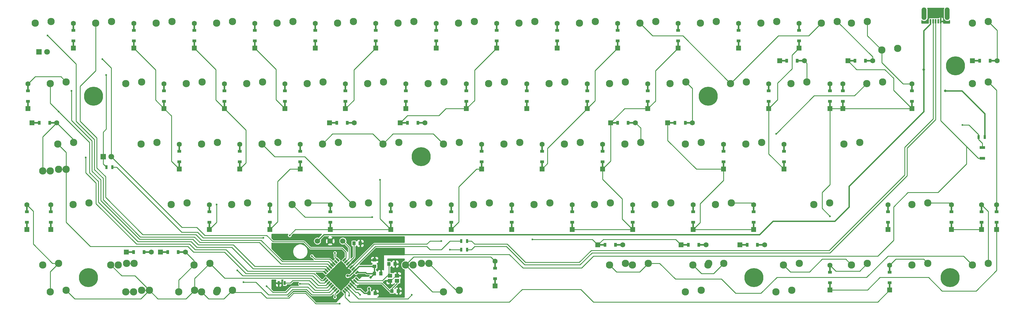
<source format=gbl>
G04 #@! TF.GenerationSoftware,KiCad,Pcbnew,(5.1.12)-1*
G04 #@! TF.CreationDate,2021-12-15T00:33:09-05:00*
G04 #@! TF.ProjectId,alps66,616c7073-3636-42e6-9b69-6361645f7063,F*
G04 #@! TF.SameCoordinates,Original*
G04 #@! TF.FileFunction,Copper,L2,Bot*
G04 #@! TF.FilePolarity,Positive*
%FSLAX46Y46*%
G04 Gerber Fmt 4.6, Leading zero omitted, Abs format (unit mm)*
G04 Created by KiCad (PCBNEW (5.1.12)-1) date 2021-12-15 00:33:09*
%MOMM*%
%LPD*%
G01*
G04 APERTURE LIST*
G04 #@! TA.AperFunction,ComponentPad*
%ADD10C,2.300000*%
G04 #@! TD*
G04 #@! TA.AperFunction,SMDPad,CuDef*
%ADD11R,0.900000X1.200000*%
G04 #@! TD*
G04 #@! TA.AperFunction,ComponentPad*
%ADD12R,1.600000X1.600000*%
G04 #@! TD*
G04 #@! TA.AperFunction,ComponentPad*
%ADD13C,1.600000*%
G04 #@! TD*
G04 #@! TA.AperFunction,ConnectorPad*
%ADD14R,2.400000X0.500000*%
G04 #@! TD*
G04 #@! TA.AperFunction,SMDPad,CuDef*
%ADD15C,0.100000*%
G04 #@! TD*
G04 #@! TA.AperFunction,ComponentPad*
%ADD16C,1.700000*%
G04 #@! TD*
G04 #@! TA.AperFunction,ComponentPad*
%ADD17C,6.000000*%
G04 #@! TD*
G04 #@! TA.AperFunction,SMDPad,CuDef*
%ADD18R,0.500000X1.400000*%
G04 #@! TD*
G04 #@! TA.AperFunction,ComponentPad*
%ADD19O,1.500000X4.000000*%
G04 #@! TD*
G04 #@! TA.AperFunction,SMDPad,CuDef*
%ADD20R,1.000000X1.250000*%
G04 #@! TD*
G04 #@! TA.AperFunction,SMDPad,CuDef*
%ADD21R,0.700000X1.300000*%
G04 #@! TD*
G04 #@! TA.AperFunction,SMDPad,CuDef*
%ADD22R,1.700000X0.900000*%
G04 #@! TD*
G04 #@! TA.AperFunction,SMDPad,CuDef*
%ADD23R,1.400000X1.200000*%
G04 #@! TD*
G04 #@! TA.AperFunction,ComponentPad*
%ADD24R,1.800000X1.800000*%
G04 #@! TD*
G04 #@! TA.AperFunction,ComponentPad*
%ADD25C,1.800000*%
G04 #@! TD*
G04 #@! TA.AperFunction,ConnectorPad*
%ADD26R,0.500000X2.400000*%
G04 #@! TD*
G04 #@! TA.AperFunction,SMDPad,CuDef*
%ADD27R,1.200000X0.900000*%
G04 #@! TD*
G04 #@! TA.AperFunction,SMDPad,CuDef*
%ADD28R,1.250000X1.000000*%
G04 #@! TD*
G04 #@! TA.AperFunction,ViaPad*
%ADD29C,0.800000*%
G04 #@! TD*
G04 #@! TA.AperFunction,ViaPad*
%ADD30C,0.600000*%
G04 #@! TD*
G04 #@! TA.AperFunction,Conductor*
%ADD31C,0.381000*%
G04 #@! TD*
G04 #@! TA.AperFunction,Conductor*
%ADD32C,0.254000*%
G04 #@! TD*
G04 #@! TA.AperFunction,Conductor*
%ADD33C,0.152400*%
G04 #@! TD*
G04 #@! TA.AperFunction,Conductor*
%ADD34C,0.100000*%
G04 #@! TD*
G04 APERTURE END LIST*
D10*
X223718750Y-110300000D03*
X228718750Y-109800000D03*
X242768750Y-110300000D03*
X247768750Y-109800000D03*
X247531250Y-110300000D03*
X252531250Y-109800000D03*
X152281250Y-110300000D03*
X157281250Y-109800000D03*
X154662500Y-110300000D03*
X159662500Y-109800000D03*
X97750000Y-118300000D03*
X92750000Y-118800000D03*
X92987500Y-118300000D03*
X87987500Y-118800000D03*
X85606250Y-110300000D03*
X90606250Y-109800000D03*
X71556250Y-118300000D03*
X66556250Y-118800000D03*
X69175000Y-118300000D03*
X64175000Y-118800000D03*
X61793750Y-110300000D03*
X66793750Y-109800000D03*
X42743750Y-72200000D03*
X47743750Y-71700000D03*
X45362500Y-80200000D03*
X40362500Y-80700000D03*
X45362500Y-118300000D03*
X40362500Y-118800000D03*
X292775000Y-34100000D03*
X297775000Y-33600000D03*
X271343750Y-110300000D03*
X276343750Y-109800000D03*
X216575000Y-110300000D03*
X221575000Y-109800000D03*
X207050000Y-34100000D03*
X212050000Y-33600000D03*
X188000000Y-34100000D03*
X193000000Y-33600000D03*
X197525000Y-53150000D03*
X202525000Y-52650000D03*
X183237500Y-72200000D03*
X188237500Y-71700000D03*
X164187500Y-72200000D03*
X169187500Y-71700000D03*
X173712500Y-91250000D03*
X178712500Y-90750000D03*
X154662500Y-91250000D03*
X159662500Y-90750000D03*
X245387500Y-118300000D03*
X240387500Y-118800000D03*
X168950000Y-34100000D03*
X173950000Y-33600000D03*
X149900000Y-34100000D03*
X154900000Y-33600000D03*
X178475000Y-53150000D03*
X183475000Y-52650000D03*
X159425000Y-53150000D03*
X164425000Y-52650000D03*
X145137500Y-72200000D03*
X150137500Y-71700000D03*
X135612500Y-91250000D03*
X140612500Y-90750000D03*
X116562500Y-91250000D03*
X121562500Y-90750000D03*
X169187500Y-118300000D03*
X164187500Y-118800000D03*
X130850000Y-34100000D03*
X135850000Y-33600000D03*
X111800000Y-34100000D03*
X116800000Y-33600000D03*
X140375000Y-53150000D03*
X145375000Y-52650000D03*
X121325000Y-53150000D03*
X126325000Y-52650000D03*
X126087500Y-72200000D03*
X131087500Y-71700000D03*
X107037500Y-72200000D03*
X112037500Y-71700000D03*
X97512500Y-91250000D03*
X102512500Y-90750000D03*
X85843750Y-118300000D03*
X80843750Y-118800000D03*
X92750000Y-34100000D03*
X97750000Y-33600000D03*
X73700000Y-34100000D03*
X78700000Y-33600000D03*
X102275000Y-53150000D03*
X107275000Y-52650000D03*
X83225000Y-53150000D03*
X88225000Y-52650000D03*
X87987500Y-72200000D03*
X92987500Y-71700000D03*
X78462500Y-91250000D03*
X83462500Y-90750000D03*
X59412500Y-110300000D03*
X64412500Y-109800000D03*
X54650000Y-34100000D03*
X59650000Y-33600000D03*
X35600000Y-34100000D03*
X40600000Y-33600000D03*
X64175000Y-53150000D03*
X69175000Y-52650000D03*
X40362500Y-53150000D03*
X45362500Y-52650000D03*
X68937500Y-72200000D03*
X73937500Y-71700000D03*
X42981250Y-80200000D03*
X37981250Y-80700000D03*
X47506250Y-91250000D03*
X52506250Y-90750000D03*
X37981250Y-110300000D03*
X42981250Y-109800000D03*
X330875000Y-110300000D03*
X335875000Y-109800000D03*
X307300000Y-42100000D03*
X302300000Y-42600000D03*
X283250000Y-34100000D03*
X288250000Y-33600000D03*
X273725000Y-53150000D03*
X278725000Y-52650000D03*
X297537500Y-53150000D03*
X302537500Y-52650000D03*
X290393750Y-72200000D03*
X295393750Y-71700000D03*
X311825000Y-91250000D03*
X316825000Y-90750000D03*
X280868750Y-91250000D03*
X285868750Y-90750000D03*
X311825000Y-110300000D03*
X316825000Y-109800000D03*
X330875000Y-53150000D03*
X335875000Y-52650000D03*
X264200000Y-34100000D03*
X269200000Y-33600000D03*
X254675000Y-53150000D03*
X259675000Y-52650000D03*
X235625000Y-53150000D03*
X240625000Y-52650000D03*
X259437500Y-72200000D03*
X264437500Y-71700000D03*
X240387500Y-72200000D03*
X245387500Y-71700000D03*
X249912500Y-91250000D03*
X254912500Y-90750000D03*
X230862500Y-91250000D03*
X235862500Y-90750000D03*
X292775000Y-110300000D03*
X297775000Y-109800000D03*
X330875000Y-34100000D03*
X335875000Y-33600000D03*
X245150000Y-34100000D03*
X250150000Y-33600000D03*
X226100000Y-34100000D03*
X231100000Y-33600000D03*
X216575000Y-53150000D03*
X221575000Y-52650000D03*
X221337500Y-72200000D03*
X226337500Y-71700000D03*
X202287500Y-72200000D03*
X207287500Y-71700000D03*
X211812500Y-91250000D03*
X216812500Y-90750000D03*
X192762500Y-91250000D03*
X197762500Y-90750000D03*
X273962500Y-118300000D03*
X268962500Y-118800000D03*
D11*
X80650000Y-106250000D03*
X77350000Y-106250000D03*
D12*
X75100000Y-106250000D03*
D13*
X82900000Y-106250000D03*
D14*
X76300000Y-106250000D03*
X81700000Y-106250000D03*
G04 #@! TA.AperFunction,SMDPad,CuDef*
D15*
G36*
X137508999Y-114924937D02*
G01*
X137084735Y-115349201D01*
X136236207Y-114500673D01*
X136660471Y-114076409D01*
X137508999Y-114924937D01*
G37*
G04 #@! TD.AperFunction*
G04 #@! TA.AperFunction,SMDPad,CuDef*
G36*
X136943313Y-115490622D02*
G01*
X136519049Y-115914886D01*
X135670521Y-115066358D01*
X136094785Y-114642094D01*
X136943313Y-115490622D01*
G37*
G04 #@! TD.AperFunction*
G04 #@! TA.AperFunction,SMDPad,CuDef*
G36*
X136377628Y-116056308D02*
G01*
X135953364Y-116480572D01*
X135104836Y-115632044D01*
X135529100Y-115207780D01*
X136377628Y-116056308D01*
G37*
G04 #@! TD.AperFunction*
G04 #@! TA.AperFunction,SMDPad,CuDef*
G36*
X135811943Y-116621993D02*
G01*
X135387679Y-117046257D01*
X134539151Y-116197729D01*
X134963415Y-115773465D01*
X135811943Y-116621993D01*
G37*
G04 #@! TD.AperFunction*
G04 #@! TA.AperFunction,SMDPad,CuDef*
G36*
X135246257Y-117187679D02*
G01*
X134821993Y-117611943D01*
X133973465Y-116763415D01*
X134397729Y-116339151D01*
X135246257Y-117187679D01*
G37*
G04 #@! TD.AperFunction*
G04 #@! TA.AperFunction,SMDPad,CuDef*
G36*
X134680572Y-117753364D02*
G01*
X134256308Y-118177628D01*
X133407780Y-117329100D01*
X133832044Y-116904836D01*
X134680572Y-117753364D01*
G37*
G04 #@! TD.AperFunction*
G04 #@! TA.AperFunction,SMDPad,CuDef*
G36*
X134114886Y-118319049D02*
G01*
X133690622Y-118743313D01*
X132842094Y-117894785D01*
X133266358Y-117470521D01*
X134114886Y-118319049D01*
G37*
G04 #@! TD.AperFunction*
G04 #@! TA.AperFunction,SMDPad,CuDef*
G36*
X133549201Y-118884735D02*
G01*
X133124937Y-119308999D01*
X132276409Y-118460471D01*
X132700673Y-118036207D01*
X133549201Y-118884735D01*
G37*
G04 #@! TD.AperFunction*
G04 #@! TA.AperFunction,SMDPad,CuDef*
G36*
X130650063Y-119308999D02*
G01*
X130225799Y-118884735D01*
X131074327Y-118036207D01*
X131498591Y-118460471D01*
X130650063Y-119308999D01*
G37*
G04 #@! TD.AperFunction*
G04 #@! TA.AperFunction,SMDPad,CuDef*
G36*
X130084378Y-118743313D02*
G01*
X129660114Y-118319049D01*
X130508642Y-117470521D01*
X130932906Y-117894785D01*
X130084378Y-118743313D01*
G37*
G04 #@! TD.AperFunction*
G04 #@! TA.AperFunction,SMDPad,CuDef*
G36*
X129518692Y-118177628D02*
G01*
X129094428Y-117753364D01*
X129942956Y-116904836D01*
X130367220Y-117329100D01*
X129518692Y-118177628D01*
G37*
G04 #@! TD.AperFunction*
G04 #@! TA.AperFunction,SMDPad,CuDef*
G36*
X128953007Y-117611943D02*
G01*
X128528743Y-117187679D01*
X129377271Y-116339151D01*
X129801535Y-116763415D01*
X128953007Y-117611943D01*
G37*
G04 #@! TD.AperFunction*
G04 #@! TA.AperFunction,SMDPad,CuDef*
G36*
X128387321Y-117046257D02*
G01*
X127963057Y-116621993D01*
X128811585Y-115773465D01*
X129235849Y-116197729D01*
X128387321Y-117046257D01*
G37*
G04 #@! TD.AperFunction*
G04 #@! TA.AperFunction,SMDPad,CuDef*
G36*
X127821636Y-116480572D02*
G01*
X127397372Y-116056308D01*
X128245900Y-115207780D01*
X128670164Y-115632044D01*
X127821636Y-116480572D01*
G37*
G04 #@! TD.AperFunction*
G04 #@! TA.AperFunction,SMDPad,CuDef*
G36*
X127255951Y-115914886D02*
G01*
X126831687Y-115490622D01*
X127680215Y-114642094D01*
X128104479Y-115066358D01*
X127255951Y-115914886D01*
G37*
G04 #@! TD.AperFunction*
G04 #@! TA.AperFunction,SMDPad,CuDef*
G36*
X126690265Y-115349201D02*
G01*
X126266001Y-114924937D01*
X127114529Y-114076409D01*
X127538793Y-114500673D01*
X126690265Y-115349201D01*
G37*
G04 #@! TD.AperFunction*
G04 #@! TA.AperFunction,SMDPad,CuDef*
G36*
X127538793Y-112874327D02*
G01*
X127114529Y-113298591D01*
X126266001Y-112450063D01*
X126690265Y-112025799D01*
X127538793Y-112874327D01*
G37*
G04 #@! TD.AperFunction*
G04 #@! TA.AperFunction,SMDPad,CuDef*
G36*
X128104479Y-112308642D02*
G01*
X127680215Y-112732906D01*
X126831687Y-111884378D01*
X127255951Y-111460114D01*
X128104479Y-112308642D01*
G37*
G04 #@! TD.AperFunction*
G04 #@! TA.AperFunction,SMDPad,CuDef*
G36*
X128670164Y-111742956D02*
G01*
X128245900Y-112167220D01*
X127397372Y-111318692D01*
X127821636Y-110894428D01*
X128670164Y-111742956D01*
G37*
G04 #@! TD.AperFunction*
G04 #@! TA.AperFunction,SMDPad,CuDef*
G36*
X129235849Y-111177271D02*
G01*
X128811585Y-111601535D01*
X127963057Y-110753007D01*
X128387321Y-110328743D01*
X129235849Y-111177271D01*
G37*
G04 #@! TD.AperFunction*
G04 #@! TA.AperFunction,SMDPad,CuDef*
G36*
X129801535Y-110611585D02*
G01*
X129377271Y-111035849D01*
X128528743Y-110187321D01*
X128953007Y-109763057D01*
X129801535Y-110611585D01*
G37*
G04 #@! TD.AperFunction*
G04 #@! TA.AperFunction,SMDPad,CuDef*
G36*
X130367220Y-110045900D02*
G01*
X129942956Y-110470164D01*
X129094428Y-109621636D01*
X129518692Y-109197372D01*
X130367220Y-110045900D01*
G37*
G04 #@! TD.AperFunction*
G04 #@! TA.AperFunction,SMDPad,CuDef*
G36*
X130932906Y-109480215D02*
G01*
X130508642Y-109904479D01*
X129660114Y-109055951D01*
X130084378Y-108631687D01*
X130932906Y-109480215D01*
G37*
G04 #@! TD.AperFunction*
G04 #@! TA.AperFunction,SMDPad,CuDef*
G36*
X131498591Y-108914529D02*
G01*
X131074327Y-109338793D01*
X130225799Y-108490265D01*
X130650063Y-108066001D01*
X131498591Y-108914529D01*
G37*
G04 #@! TD.AperFunction*
G04 #@! TA.AperFunction,SMDPad,CuDef*
G36*
X132700673Y-109338793D02*
G01*
X132276409Y-108914529D01*
X133124937Y-108066001D01*
X133549201Y-108490265D01*
X132700673Y-109338793D01*
G37*
G04 #@! TD.AperFunction*
G04 #@! TA.AperFunction,SMDPad,CuDef*
G36*
X133266358Y-109904479D02*
G01*
X132842094Y-109480215D01*
X133690622Y-108631687D01*
X134114886Y-109055951D01*
X133266358Y-109904479D01*
G37*
G04 #@! TD.AperFunction*
G04 #@! TA.AperFunction,SMDPad,CuDef*
G36*
X133832044Y-110470164D02*
G01*
X133407780Y-110045900D01*
X134256308Y-109197372D01*
X134680572Y-109621636D01*
X133832044Y-110470164D01*
G37*
G04 #@! TD.AperFunction*
G04 #@! TA.AperFunction,SMDPad,CuDef*
G36*
X134397729Y-111035849D02*
G01*
X133973465Y-110611585D01*
X134821993Y-109763057D01*
X135246257Y-110187321D01*
X134397729Y-111035849D01*
G37*
G04 #@! TD.AperFunction*
G04 #@! TA.AperFunction,SMDPad,CuDef*
G36*
X134963415Y-111601535D02*
G01*
X134539151Y-111177271D01*
X135387679Y-110328743D01*
X135811943Y-110753007D01*
X134963415Y-111601535D01*
G37*
G04 #@! TD.AperFunction*
G04 #@! TA.AperFunction,SMDPad,CuDef*
G36*
X135529100Y-112167220D02*
G01*
X135104836Y-111742956D01*
X135953364Y-110894428D01*
X136377628Y-111318692D01*
X135529100Y-112167220D01*
G37*
G04 #@! TD.AperFunction*
G04 #@! TA.AperFunction,SMDPad,CuDef*
G36*
X136094785Y-112732906D02*
G01*
X135670521Y-112308642D01*
X136519049Y-111460114D01*
X136943313Y-111884378D01*
X136094785Y-112732906D01*
G37*
G04 #@! TD.AperFunction*
G04 #@! TA.AperFunction,SMDPad,CuDef*
G36*
X136660471Y-113298591D02*
G01*
X136236207Y-112874327D01*
X137084735Y-112025799D01*
X137508999Y-112450063D01*
X136660471Y-113298591D01*
G37*
G04 #@! TD.AperFunction*
D16*
X132500000Y-102750000D03*
D17*
X247650000Y-57150000D03*
X157162500Y-76200000D03*
X52387500Y-114287500D03*
X323850000Y-114300000D03*
X262000000Y-114300000D03*
X325500000Y-47625000D03*
X54000000Y-57137500D03*
D18*
X317650000Y-33537500D03*
X318450000Y-33537500D03*
X319250000Y-33537500D03*
X320050000Y-33537500D03*
X320850000Y-33537500D03*
D19*
X315600000Y-31137500D03*
X322900000Y-31137500D03*
D16*
X128500000Y-102750000D03*
X124500000Y-102750000D03*
D20*
X136000000Y-103500000D03*
X138000000Y-103500000D03*
X148000000Y-118500000D03*
X150000000Y-118500000D03*
X147000000Y-110000000D03*
X149000000Y-110000000D03*
X140750000Y-119250000D03*
X142750000Y-119250000D03*
X142500000Y-113000000D03*
X144500000Y-113000000D03*
D21*
X171700000Y-102750000D03*
X169800000Y-102750000D03*
X171700000Y-105500000D03*
X169800000Y-105500000D03*
X114200000Y-116000000D03*
X112300000Y-116000000D03*
X58050000Y-79500000D03*
X59950000Y-79500000D03*
D22*
X334000000Y-73300000D03*
X334000000Y-76700000D03*
D23*
X147400000Y-113700000D03*
X149600000Y-113700000D03*
X149600000Y-115300000D03*
X147400000Y-115300000D03*
D21*
X332800000Y-70000000D03*
X334700000Y-70000000D03*
D24*
X36830000Y-43180000D03*
D25*
X39370000Y-43180000D03*
D24*
X57000000Y-76200000D03*
D25*
X59540000Y-76200000D03*
D14*
X264200000Y-104000000D03*
X258800000Y-104000000D03*
D13*
X265400000Y-104000000D03*
D12*
X257600000Y-104000000D03*
D11*
X259850000Y-104000000D03*
X263150000Y-104000000D03*
D26*
X204787500Y-92550000D03*
X204787500Y-97950000D03*
D13*
X204787500Y-91350000D03*
D12*
X204787500Y-99150000D03*
D27*
X204787500Y-96900000D03*
X204787500Y-93600000D03*
X223837500Y-93600000D03*
X223837500Y-96900000D03*
D12*
X223837500Y-99150000D03*
D13*
X223837500Y-91350000D03*
D26*
X223837500Y-97950000D03*
X223837500Y-92550000D03*
X214312500Y-73500000D03*
X214312500Y-78900000D03*
D13*
X214312500Y-72300000D03*
D12*
X214312500Y-80100000D03*
D27*
X214312500Y-77850000D03*
X214312500Y-74550000D03*
D14*
X223450000Y-65500000D03*
X218050000Y-65500000D03*
D13*
X224650000Y-65500000D03*
D12*
X216850000Y-65500000D03*
D11*
X219100000Y-65500000D03*
X222400000Y-65500000D03*
D27*
X228600000Y-55500000D03*
X228600000Y-58800000D03*
D12*
X228600000Y-61050000D03*
D13*
X228600000Y-53250000D03*
D26*
X228600000Y-59850000D03*
X228600000Y-54450000D03*
X238125000Y-35400000D03*
X238125000Y-40800000D03*
D13*
X238125000Y-34200000D03*
D12*
X238125000Y-42000000D03*
D27*
X238125000Y-39750000D03*
X238125000Y-36450000D03*
X257162500Y-36437500D03*
X257162500Y-39737500D03*
D12*
X257162500Y-41987500D03*
D13*
X257162500Y-34187500D03*
D26*
X257162500Y-40787500D03*
X257162500Y-35387500D03*
D11*
X336400000Y-46000000D03*
X333100000Y-46000000D03*
D12*
X330850000Y-46000000D03*
D13*
X338650000Y-46000000D03*
D14*
X332050000Y-46000000D03*
X337450000Y-46000000D03*
D27*
X286000000Y-112650000D03*
X286000000Y-115950000D03*
D12*
X286000000Y-118200000D03*
D13*
X286000000Y-110400000D03*
D26*
X286000000Y-117000000D03*
X286000000Y-111600000D03*
D27*
X242887500Y-93600000D03*
X242887500Y-96900000D03*
D12*
X242887500Y-99150000D03*
D13*
X242887500Y-91350000D03*
D26*
X242887500Y-97950000D03*
X242887500Y-92550000D03*
D27*
X261937500Y-93600000D03*
X261937500Y-96900000D03*
D12*
X261937500Y-99150000D03*
D13*
X261937500Y-91350000D03*
D26*
X261937500Y-97950000D03*
X261937500Y-92550000D03*
D27*
X252412500Y-74550000D03*
X252412500Y-77850000D03*
D12*
X252412500Y-80100000D03*
D13*
X252412500Y-72300000D03*
D26*
X252412500Y-78900000D03*
X252412500Y-73500000D03*
X271462500Y-73500000D03*
X271462500Y-78900000D03*
D13*
X271462500Y-72300000D03*
D12*
X271462500Y-80100000D03*
D27*
X271462500Y-77850000D03*
X271462500Y-74550000D03*
D11*
X240400000Y-65500000D03*
X237100000Y-65500000D03*
D12*
X234850000Y-65500000D03*
D13*
X242650000Y-65500000D03*
D14*
X236050000Y-65500000D03*
X241450000Y-65500000D03*
D27*
X266700000Y-55500000D03*
X266700000Y-58800000D03*
D12*
X266700000Y-61050000D03*
D13*
X266700000Y-53250000D03*
D26*
X266700000Y-59850000D03*
X266700000Y-54450000D03*
D27*
X276225000Y-36450000D03*
X276225000Y-39750000D03*
D12*
X276225000Y-42000000D03*
D13*
X276225000Y-34200000D03*
D26*
X276225000Y-40800000D03*
X276225000Y-35400000D03*
D27*
X338500000Y-93600000D03*
X338500000Y-96900000D03*
D12*
X338500000Y-99150000D03*
D13*
X338500000Y-91350000D03*
D26*
X338500000Y-97950000D03*
X338500000Y-92550000D03*
X304800000Y-111600000D03*
X304800000Y-117000000D03*
D13*
X304800000Y-110400000D03*
D12*
X304800000Y-118200000D03*
D27*
X304800000Y-115950000D03*
X304800000Y-112650000D03*
D26*
X304250000Y-92550000D03*
X304250000Y-97950000D03*
D13*
X304250000Y-91350000D03*
D12*
X304250000Y-99150000D03*
D27*
X304250000Y-96900000D03*
X304250000Y-93600000D03*
X324250000Y-93600000D03*
X324250000Y-96900000D03*
D12*
X324250000Y-99150000D03*
D13*
X324250000Y-91350000D03*
D26*
X324250000Y-97950000D03*
X324250000Y-92550000D03*
D27*
X290000000Y-55500000D03*
X290000000Y-58800000D03*
D12*
X290000000Y-61050000D03*
D13*
X290000000Y-53250000D03*
D26*
X290000000Y-59850000D03*
X290000000Y-54450000D03*
X286000000Y-54450000D03*
X286000000Y-59850000D03*
D13*
X286000000Y-53250000D03*
D12*
X286000000Y-61050000D03*
D27*
X286000000Y-58800000D03*
X286000000Y-55500000D03*
D11*
X275650000Y-46000000D03*
X272350000Y-46000000D03*
D12*
X270100000Y-46000000D03*
D13*
X277900000Y-46000000D03*
D14*
X271300000Y-46000000D03*
X276700000Y-46000000D03*
D11*
X297150000Y-46000000D03*
X293850000Y-46000000D03*
D12*
X291600000Y-46000000D03*
D13*
X299400000Y-46000000D03*
D14*
X292800000Y-46000000D03*
X298200000Y-46000000D03*
D27*
X311750000Y-55500000D03*
X311750000Y-58800000D03*
D12*
X311750000Y-61050000D03*
D13*
X311750000Y-53250000D03*
D26*
X311750000Y-59850000D03*
X311750000Y-54450000D03*
X333750000Y-92550000D03*
X333750000Y-97950000D03*
D13*
X333750000Y-91350000D03*
D12*
X333750000Y-99150000D03*
D27*
X333750000Y-96900000D03*
X333750000Y-93600000D03*
X33000000Y-93600000D03*
X33000000Y-96900000D03*
D12*
X33000000Y-99150000D03*
D13*
X33000000Y-91350000D03*
D26*
X33000000Y-97950000D03*
X33000000Y-92550000D03*
D27*
X40481250Y-93600000D03*
X40481250Y-96900000D03*
D12*
X40481250Y-99150000D03*
D13*
X40481250Y-91350000D03*
D26*
X40481250Y-97950000D03*
X40481250Y-92550000D03*
D11*
X40150000Y-65500000D03*
X36850000Y-65500000D03*
D12*
X34600000Y-65500000D03*
D13*
X42400000Y-65500000D03*
D14*
X35800000Y-65500000D03*
X41200000Y-65500000D03*
D26*
X80962500Y-73500000D03*
X80962500Y-78900000D03*
D13*
X80962500Y-72300000D03*
D12*
X80962500Y-80100000D03*
D27*
X80962500Y-77850000D03*
X80962500Y-74550000D03*
D26*
X33337500Y-54450000D03*
X33337500Y-59850000D03*
D13*
X33337500Y-53250000D03*
D12*
X33337500Y-61050000D03*
D27*
X33337500Y-58800000D03*
X33337500Y-55500000D03*
X76200000Y-55500000D03*
X76200000Y-58800000D03*
D12*
X76200000Y-61050000D03*
D13*
X76200000Y-53250000D03*
D26*
X76200000Y-59850000D03*
X76200000Y-54450000D03*
D27*
X47625000Y-36450000D03*
X47625000Y-39750000D03*
D12*
X47625000Y-42000000D03*
D13*
X47625000Y-34200000D03*
D26*
X47625000Y-40800000D03*
X47625000Y-35400000D03*
X66675000Y-35400000D03*
X66675000Y-40800000D03*
D13*
X66675000Y-34200000D03*
D12*
X66675000Y-42000000D03*
D27*
X66675000Y-39750000D03*
X66675000Y-36450000D03*
D14*
X219450000Y-104000000D03*
X214050000Y-104000000D03*
D13*
X220650000Y-104000000D03*
D12*
X212850000Y-104000000D03*
D11*
X215100000Y-104000000D03*
X218400000Y-104000000D03*
D14*
X70950000Y-106250000D03*
X65550000Y-106250000D03*
D13*
X72150000Y-106250000D03*
D12*
X64350000Y-106250000D03*
D11*
X66600000Y-106250000D03*
X69900000Y-106250000D03*
D26*
X90487500Y-92550000D03*
X90487500Y-97950000D03*
D13*
X90487500Y-91350000D03*
D12*
X90487500Y-99150000D03*
D27*
X90487500Y-96900000D03*
X90487500Y-93600000D03*
D26*
X100012500Y-73500000D03*
X100012500Y-78900000D03*
D13*
X100012500Y-72300000D03*
D12*
X100012500Y-80100000D03*
D27*
X100012500Y-77850000D03*
X100012500Y-74550000D03*
D26*
X95250000Y-54450000D03*
X95250000Y-59850000D03*
D13*
X95250000Y-53250000D03*
D12*
X95250000Y-61050000D03*
D27*
X95250000Y-58800000D03*
X95250000Y-55500000D03*
X114300000Y-55500000D03*
X114300000Y-58800000D03*
D12*
X114300000Y-61050000D03*
D13*
X114300000Y-53250000D03*
D26*
X114300000Y-59850000D03*
X114300000Y-54450000D03*
D27*
X85725000Y-36450000D03*
X85725000Y-39750000D03*
D12*
X85725000Y-42000000D03*
D13*
X85725000Y-34200000D03*
D26*
X85725000Y-40800000D03*
X85725000Y-35400000D03*
D27*
X104775000Y-36450000D03*
X104775000Y-39750000D03*
D12*
X104775000Y-42000000D03*
D13*
X104775000Y-34200000D03*
D26*
X104775000Y-40800000D03*
X104775000Y-35400000D03*
D27*
X109537500Y-93600000D03*
X109537500Y-96900000D03*
D12*
X109537500Y-99150000D03*
D13*
X109537500Y-91350000D03*
D26*
X109537500Y-97950000D03*
X109537500Y-92550000D03*
X119062500Y-73500000D03*
X119062500Y-78900000D03*
D13*
X119062500Y-72300000D03*
D12*
X119062500Y-80100000D03*
D27*
X119062500Y-77850000D03*
X119062500Y-74550000D03*
D11*
X133900000Y-65500000D03*
X130600000Y-65500000D03*
D12*
X128350000Y-65500000D03*
D13*
X136150000Y-65500000D03*
D14*
X129550000Y-65500000D03*
X134950000Y-65500000D03*
D26*
X133350000Y-54450000D03*
X133350000Y-59850000D03*
D13*
X133350000Y-53250000D03*
D12*
X133350000Y-61050000D03*
D27*
X133350000Y-58800000D03*
X133350000Y-55500000D03*
D26*
X152400000Y-54450000D03*
X152400000Y-59850000D03*
D13*
X152400000Y-53250000D03*
D12*
X152400000Y-61050000D03*
D27*
X152400000Y-58800000D03*
X152400000Y-55500000D03*
D26*
X123825000Y-35400000D03*
X123825000Y-40800000D03*
D13*
X123825000Y-34200000D03*
D12*
X123825000Y-42000000D03*
D27*
X123825000Y-39750000D03*
X123825000Y-36450000D03*
D26*
X142875000Y-35400000D03*
X142875000Y-40800000D03*
D13*
X142875000Y-34200000D03*
D12*
X142875000Y-42000000D03*
D27*
X142875000Y-39750000D03*
X142875000Y-36450000D03*
D26*
X180500000Y-110300000D03*
X180500000Y-115700000D03*
D13*
X180500000Y-109100000D03*
D12*
X180500000Y-116900000D03*
D27*
X180500000Y-114650000D03*
X180500000Y-111350000D03*
D26*
X128587500Y-92550000D03*
X128587500Y-97950000D03*
D13*
X128587500Y-91350000D03*
D12*
X128587500Y-99150000D03*
D27*
X128587500Y-96900000D03*
X128587500Y-93600000D03*
D26*
X147637500Y-92550000D03*
X147637500Y-97950000D03*
D13*
X147637500Y-91350000D03*
D12*
X147637500Y-99150000D03*
D27*
X147637500Y-96900000D03*
X147637500Y-93600000D03*
D14*
X157200000Y-65500000D03*
X151800000Y-65500000D03*
D13*
X158400000Y-65500000D03*
D12*
X150600000Y-65500000D03*
D11*
X152850000Y-65500000D03*
X156150000Y-65500000D03*
D26*
X171450000Y-54450000D03*
X171450000Y-59850000D03*
D13*
X171450000Y-53250000D03*
D12*
X171450000Y-61050000D03*
D27*
X171450000Y-58800000D03*
X171450000Y-55500000D03*
X190500000Y-55500000D03*
X190500000Y-58800000D03*
D12*
X190500000Y-61050000D03*
D13*
X190500000Y-53250000D03*
D26*
X190500000Y-59850000D03*
X190500000Y-54450000D03*
X161925000Y-35400000D03*
X161925000Y-40800000D03*
D13*
X161925000Y-34200000D03*
D12*
X161925000Y-42000000D03*
D27*
X161925000Y-39750000D03*
X161925000Y-36450000D03*
X180975000Y-36450000D03*
X180975000Y-39750000D03*
D12*
X180975000Y-42000000D03*
D13*
X180975000Y-34200000D03*
D26*
X180975000Y-40800000D03*
X180975000Y-35400000D03*
D11*
X244650000Y-104000000D03*
X241350000Y-104000000D03*
D12*
X239100000Y-104000000D03*
D13*
X246900000Y-104000000D03*
D14*
X240300000Y-104000000D03*
X245700000Y-104000000D03*
D26*
X166687500Y-92550000D03*
X166687500Y-97950000D03*
D13*
X166687500Y-91350000D03*
D12*
X166687500Y-99150000D03*
D27*
X166687500Y-96900000D03*
X166687500Y-93600000D03*
D26*
X185737500Y-92550000D03*
X185737500Y-97950000D03*
D13*
X185737500Y-91350000D03*
D12*
X185737500Y-99150000D03*
D27*
X185737500Y-96900000D03*
X185737500Y-93600000D03*
D26*
X176212500Y-73500000D03*
X176212500Y-78900000D03*
D13*
X176212500Y-72300000D03*
D12*
X176212500Y-80100000D03*
D27*
X176212500Y-77850000D03*
X176212500Y-74550000D03*
D26*
X195262500Y-73500000D03*
X195262500Y-78900000D03*
D13*
X195262500Y-72300000D03*
D12*
X195262500Y-80100000D03*
D27*
X195262500Y-77850000D03*
X195262500Y-74550000D03*
X209550000Y-55500000D03*
X209550000Y-58800000D03*
D12*
X209550000Y-61050000D03*
D13*
X209550000Y-53250000D03*
D26*
X209550000Y-59850000D03*
X209550000Y-54450000D03*
D27*
X200025000Y-36450000D03*
X200025000Y-39750000D03*
D12*
X200025000Y-42000000D03*
D13*
X200025000Y-34200000D03*
D26*
X200025000Y-40800000D03*
X200025000Y-35400000D03*
D27*
X219075000Y-36450000D03*
X219075000Y-39750000D03*
D12*
X219075000Y-42000000D03*
D13*
X219075000Y-34200000D03*
D26*
X219075000Y-40800000D03*
X219075000Y-35400000D03*
D28*
X142500000Y-108750000D03*
X142500000Y-110750000D03*
D29*
X315500000Y-48750000D03*
X322250000Y-55500000D03*
X140750000Y-117750000D03*
X141250000Y-114250000D03*
X134000000Y-113750000D03*
D30*
X137750000Y-106000000D03*
X150750000Y-106000000D03*
X110500000Y-115500000D03*
X111000000Y-101750000D03*
X113500000Y-107250000D03*
X107500000Y-101750000D03*
X166250000Y-105500000D03*
X163500000Y-102750000D03*
X154250000Y-119750000D03*
X134500000Y-120000000D03*
X286000000Y-95000000D03*
X130000000Y-120500000D03*
X92750000Y-91250000D03*
X101250000Y-115750000D03*
X108500000Y-117000000D03*
X119000000Y-116250000D03*
X144250000Y-83500000D03*
X115750000Y-101000000D03*
X138000000Y-119750000D03*
X192250000Y-102250000D03*
X131500000Y-122500000D03*
X99250000Y-112000000D03*
X141787500Y-95287500D03*
X51500000Y-76500006D03*
X43000000Y-62000000D03*
X269000000Y-69000000D03*
X47000000Y-55500000D03*
X39500000Y-38000000D03*
X130000000Y-106500000D03*
X327750000Y-66250000D03*
X122750000Y-107500000D03*
X58000000Y-50500000D03*
X56750000Y-45500000D03*
D31*
X136837247Y-112697551D02*
X136889696Y-112750000D01*
X315500000Y-36500000D02*
X317650000Y-34350000D01*
X317650000Y-34350000D02*
X317650000Y-33537500D01*
X136837247Y-112697551D02*
X136837247Y-112697550D01*
X315500000Y-48750000D02*
X315500000Y-36500000D01*
X327500000Y-55500000D02*
X322250000Y-55500000D01*
X334700000Y-62700000D02*
X327500000Y-55500000D01*
X140750000Y-119250000D02*
X140750000Y-117750000D01*
X142500000Y-110750000D02*
X142500000Y-113000000D01*
X136872603Y-112662195D02*
X139662195Y-112662195D01*
X140000000Y-113000000D02*
X142500000Y-113000000D01*
X139662195Y-112662195D02*
X140000000Y-113000000D01*
X137653427Y-110750000D02*
X142500000Y-110750000D01*
X136306917Y-112096510D02*
X137653427Y-110750000D01*
X139250000Y-119250000D02*
X140750000Y-119250000D01*
X138000000Y-118000000D02*
X139250000Y-119250000D01*
X136765686Y-118000000D02*
X138000000Y-118000000D01*
X135175547Y-116409861D02*
X136765686Y-118000000D01*
X142500000Y-113000000D02*
X141250000Y-114250000D01*
X134675000Y-113750000D02*
X134000000Y-113750000D01*
X136271562Y-112153438D02*
X134675000Y-113750000D01*
X268000000Y-96500000D02*
X263750000Y-100750000D01*
X287500000Y-96500000D02*
X268000000Y-96500000D01*
X292000000Y-92000000D02*
X287500000Y-96500000D01*
X292000000Y-85500000D02*
X292000000Y-92000000D01*
X315500000Y-62000000D02*
X292000000Y-85500000D01*
X315500000Y-48750000D02*
X315500000Y-62000000D01*
X263750000Y-100750000D02*
X126500000Y-100750000D01*
X126500000Y-100750000D02*
X124500000Y-102750000D01*
X334700000Y-62700000D02*
X334700000Y-70000000D01*
D32*
X134574506Y-110434809D02*
X134555191Y-110434809D01*
X135705877Y-115808820D02*
X135705877Y-115805877D01*
X134849505Y-110159810D02*
X134574506Y-110434809D01*
X147400000Y-115300000D02*
X147700000Y-115300000D01*
D33*
X147700000Y-115300000D02*
X149300000Y-113700000D01*
D32*
X149600000Y-113700000D02*
X149300000Y-113700000D01*
X137750000Y-107259314D02*
X134609861Y-110399453D01*
X137750000Y-106000000D02*
X137750000Y-107259314D01*
X135741232Y-115844176D02*
X136647056Y-116750000D01*
X136647056Y-116750000D02*
X142000000Y-116750000D01*
X142750000Y-117500000D02*
X142750000Y-119250000D01*
X142000000Y-116750000D02*
X142750000Y-117500000D01*
X112300000Y-116000000D02*
X111000000Y-116000000D01*
X111000000Y-116000000D02*
X110500000Y-115500000D01*
X332700000Y-76700000D02*
X334000000Y-76700000D01*
X320850000Y-33537500D02*
X320850000Y-64850000D01*
X329000000Y-73000000D02*
X332700000Y-76700000D01*
X320850000Y-64850000D02*
X329000000Y-73000000D01*
X151750000Y-107000000D02*
X150750000Y-106000000D01*
X189250000Y-111250000D02*
X185000000Y-107000000D01*
X211500000Y-107500000D02*
X207750000Y-111250000D01*
X301000000Y-107500000D02*
X211500000Y-107500000D01*
X306000000Y-102500000D02*
X301000000Y-107500000D01*
X306000000Y-92000000D02*
X306000000Y-102500000D01*
X310500000Y-87500000D02*
X306000000Y-92000000D01*
X185000000Y-107000000D02*
X151750000Y-107000000D01*
X207750000Y-111250000D02*
X189250000Y-111250000D01*
X320000000Y-87500000D02*
X310500000Y-87500000D01*
X329000000Y-78500000D02*
X320000000Y-87500000D01*
X329000000Y-73000000D02*
X329000000Y-78500000D01*
X61250000Y-79500000D02*
X59950000Y-79500000D01*
X81750000Y-100000000D02*
X61250000Y-79500000D01*
X86750000Y-100000000D02*
X81750000Y-100000000D01*
X88500000Y-101750000D02*
X86750000Y-100000000D01*
X107500000Y-101750000D02*
X88500000Y-101750000D01*
X136000000Y-107877944D02*
X136000000Y-103500000D01*
X134044176Y-109833768D02*
X136000000Y-107877944D01*
X147687500Y-118537500D02*
X147687500Y-118387500D01*
X147687500Y-118537500D02*
X147687500Y-118287500D01*
X149600000Y-116150000D02*
X149600000Y-115300000D01*
X148000000Y-117750000D02*
X149600000Y-116150000D01*
X148000000Y-118500000D02*
X148000000Y-117750000D01*
X147250000Y-118500000D02*
X148000000Y-118500000D01*
X144750000Y-116000000D02*
X147250000Y-118500000D01*
X137028427Y-116000000D02*
X144750000Y-116000000D01*
X136306917Y-115278490D02*
X137028427Y-116000000D01*
X147000000Y-113300000D02*
X147400000Y-113700000D01*
X147000000Y-110000000D02*
X147000000Y-113300000D01*
X146550000Y-113700000D02*
X147400000Y-113700000D01*
X145000000Y-115250000D02*
X146550000Y-113700000D01*
X137409798Y-115250000D02*
X145000000Y-115250000D01*
X136837247Y-114677449D02*
X137409798Y-115250000D01*
X128634809Y-116374506D02*
X128634809Y-116402691D01*
X128634809Y-116374506D02*
X128600494Y-116374506D01*
X116750000Y-115250000D02*
X116000000Y-116000000D01*
X122000000Y-115250000D02*
X116750000Y-115250000D01*
X124250000Y-117500000D02*
X122000000Y-115250000D01*
X127509314Y-117500000D02*
X124250000Y-117500000D01*
X128599453Y-116409861D02*
X127509314Y-117500000D01*
X116000000Y-116000000D02*
X114200000Y-116000000D01*
X173000000Y-102750000D02*
X171700000Y-102750000D01*
X174000000Y-103750000D02*
X173000000Y-102750000D01*
X190000000Y-109500000D02*
X184250000Y-103750000D01*
X207000000Y-109500000D02*
X190000000Y-109500000D01*
X210750000Y-105750000D02*
X207000000Y-109500000D01*
X184250000Y-103750000D02*
X174000000Y-103750000D01*
X285750000Y-105750000D02*
X210750000Y-105750000D01*
X309500000Y-73250000D02*
X309500000Y-82000000D01*
X318450000Y-64300000D02*
X309500000Y-73250000D01*
X309500000Y-82000000D02*
X285750000Y-105750000D01*
X318450000Y-33537500D02*
X318450000Y-64300000D01*
X174000000Y-104500000D02*
X173000000Y-105500000D01*
X184000000Y-104500000D02*
X174000000Y-104500000D01*
X189750000Y-110250000D02*
X184000000Y-104500000D01*
X207250000Y-110250000D02*
X189750000Y-110250000D01*
X173000000Y-105500000D02*
X171700000Y-105500000D01*
X211000000Y-106500000D02*
X207250000Y-110250000D01*
X286000000Y-106500000D02*
X211000000Y-106500000D01*
X310250000Y-82250000D02*
X286000000Y-106500000D01*
X310250000Y-73500000D02*
X310250000Y-82250000D01*
X319250000Y-64500000D02*
X310250000Y-73500000D01*
X319250000Y-33537500D02*
X319250000Y-64500000D01*
X159000000Y-104500000D02*
X142772056Y-104500000D01*
X160000000Y-105500000D02*
X159000000Y-104500000D01*
X163500000Y-105500000D02*
X160000000Y-105500000D01*
X142772056Y-104500000D02*
X135741232Y-111530824D01*
X166250000Y-102750000D02*
X163500000Y-105500000D01*
X169800000Y-102750000D02*
X166250000Y-102750000D01*
X169800000Y-105500000D02*
X166250000Y-105500000D01*
X142390686Y-103750000D02*
X135175547Y-110965139D01*
X159000000Y-103750000D02*
X142390686Y-103750000D01*
X160000000Y-102750000D02*
X159000000Y-103750000D01*
X163500000Y-102750000D02*
X160000000Y-102750000D01*
X228600000Y-61050000D02*
X231000000Y-58650000D01*
X231000000Y-49125000D02*
X238125000Y-42000000D01*
X231000000Y-58650000D02*
X231000000Y-49125000D01*
X204775000Y-99137500D02*
X223825000Y-99137500D01*
X216850000Y-77562500D02*
X214312500Y-80100000D01*
X216850000Y-65500000D02*
X216850000Y-77562500D01*
X221300000Y-61050000D02*
X216850000Y-65500000D01*
X228600000Y-61050000D02*
X221300000Y-61050000D01*
X134008820Y-117508820D02*
X137500000Y-121000000D01*
X153000000Y-121000000D02*
X154250000Y-119750000D01*
X137500000Y-121000000D02*
X153000000Y-121000000D01*
X220500000Y-95812500D02*
X223837500Y-99150000D01*
X220500000Y-89500000D02*
X220500000Y-95812500D01*
X214312500Y-83312500D02*
X220500000Y-89500000D01*
X214312500Y-80100000D02*
X214312500Y-83312500D01*
X266700000Y-61050000D02*
X266700000Y-75337500D01*
X266700000Y-75337500D02*
X271462500Y-80100000D01*
X242887500Y-99150000D02*
X261937500Y-99150000D01*
X242875000Y-99137500D02*
X245037500Y-96975000D01*
X252400000Y-83675000D02*
X252400000Y-80087500D01*
X245037500Y-91037500D02*
X252400000Y-83675000D01*
X245037500Y-96975000D02*
X245037500Y-91037500D01*
X243850000Y-80100000D02*
X252412500Y-80100000D01*
X234850000Y-71100000D02*
X243850000Y-80100000D01*
X134500000Y-120000000D02*
X134500000Y-119128427D01*
X133443135Y-118071562D02*
X133443135Y-118093135D01*
X134500000Y-119128427D02*
X133443135Y-118071562D01*
X234850000Y-71100000D02*
X234850000Y-65500000D01*
X286000000Y-118200000D02*
X297800000Y-118200000D01*
X297800000Y-118200000D02*
X301750000Y-114250000D01*
X301750000Y-114250000D02*
X317000000Y-114250000D01*
X317000000Y-114250000D02*
X321250000Y-118500000D01*
X321250000Y-118500000D02*
X332000000Y-118500000D01*
X332000000Y-118500000D02*
X338500000Y-112000000D01*
X269500000Y-58250000D02*
X266700000Y-61050000D01*
X269500000Y-53000000D02*
X269500000Y-58250000D01*
X274000000Y-48500000D02*
X269500000Y-53000000D01*
X274000000Y-44225000D02*
X274000000Y-48500000D01*
X276225000Y-42000000D02*
X274000000Y-44225000D01*
X338500000Y-99150000D02*
X338500000Y-112000000D01*
X286000000Y-95000000D02*
X283500000Y-92500000D01*
X283500000Y-92500000D02*
X283500000Y-87500000D01*
X286000000Y-85000000D02*
X283500000Y-87500000D01*
X132877449Y-118637247D02*
X132877449Y-118647551D01*
X132877449Y-118637247D02*
X132887247Y-118637247D01*
X294100000Y-46000000D02*
X294100000Y-45775000D01*
X304800000Y-118200000D02*
X304800000Y-116700000D01*
X133250000Y-120500000D02*
X133250000Y-119009798D01*
X134750000Y-122000000D02*
X133250000Y-120500000D01*
X189000000Y-118000000D02*
X185000000Y-122000000D01*
X133250000Y-119009798D02*
X132877449Y-118637247D01*
X207500000Y-118000000D02*
X189000000Y-118000000D01*
X211500000Y-122000000D02*
X207500000Y-118000000D01*
X301000000Y-122000000D02*
X211500000Y-122000000D01*
X185000000Y-122000000D02*
X134750000Y-122000000D01*
X304800000Y-118200000D02*
X301000000Y-122000000D01*
X286000000Y-61050000D02*
X290000000Y-61050000D01*
X290000000Y-61050000D02*
X311750000Y-61050000D01*
X286000000Y-61050000D02*
X286000000Y-85000000D01*
X306000000Y-55300000D02*
X311750000Y-61050000D01*
X306000000Y-51500000D02*
X306000000Y-55300000D01*
X303250000Y-48750000D02*
X306000000Y-51500000D01*
X294350000Y-48750000D02*
X303250000Y-48750000D01*
X291600000Y-46000000D02*
X294350000Y-48750000D01*
X333750000Y-99150000D02*
X324250000Y-99150000D01*
X76200000Y-61050000D02*
X78500000Y-63350000D01*
X78500000Y-77637500D02*
X80962500Y-80100000D01*
X78500000Y-63350000D02*
X78500000Y-77637500D01*
X76200000Y-61050000D02*
X73500000Y-58350000D01*
X73500000Y-48825000D02*
X66675000Y-42000000D01*
X73500000Y-58350000D02*
X73500000Y-48825000D01*
X130000000Y-119534798D02*
X130000000Y-120500000D01*
X130897551Y-118637247D02*
X130000000Y-119534798D01*
X100012500Y-80100000D02*
X102000000Y-78112500D01*
X102000000Y-78112500D02*
X102000000Y-67800000D01*
X102000000Y-67800000D02*
X95250000Y-61050000D01*
X104775000Y-42000000D02*
X111500000Y-48725000D01*
X111500000Y-58250000D02*
X114300000Y-61050000D01*
X111500000Y-48725000D02*
X111500000Y-58250000D01*
X85725000Y-42000000D02*
X92500000Y-48775000D01*
X92500000Y-48775000D02*
X92500000Y-58300000D01*
X92500000Y-58300000D02*
X95250000Y-61050000D01*
X130331865Y-118071562D02*
X130331865Y-118105635D01*
X130331865Y-118071562D02*
X130331865Y-118093135D01*
X109125000Y-119750000D02*
X105125000Y-115750000D01*
X115000000Y-119750000D02*
X109125000Y-119750000D01*
X105125000Y-115750000D02*
X101250000Y-115750000D01*
X121000000Y-118000000D02*
X116750000Y-118000000D01*
X122750000Y-119750000D02*
X121000000Y-118000000D01*
X128653427Y-119750000D02*
X122750000Y-119750000D01*
X116750000Y-118000000D02*
X115000000Y-119750000D01*
X130296510Y-118106917D02*
X128653427Y-119750000D01*
X92750000Y-96887500D02*
X90487500Y-99150000D01*
X92750000Y-91250000D02*
X92750000Y-96887500D01*
X119062500Y-80100000D02*
X115900000Y-80100000D01*
X115900000Y-80100000D02*
X112000000Y-84000000D01*
X133350000Y-61050000D02*
X136000000Y-58400000D01*
X136000000Y-48875000D02*
X142875000Y-42000000D01*
X136000000Y-58400000D02*
X136000000Y-48875000D01*
X129766180Y-117505877D02*
X129706623Y-117505877D01*
X129766180Y-117505877D02*
X129766180Y-117508820D01*
X110500000Y-119000000D02*
X108500000Y-117000000D01*
X114500000Y-119000000D02*
X110500000Y-119000000D01*
X123250000Y-119000000D02*
X121500000Y-117250000D01*
X121500000Y-117250000D02*
X116250000Y-117250000D01*
X128272057Y-119000000D02*
X123250000Y-119000000D01*
X116250000Y-117250000D02*
X114500000Y-119000000D01*
X129766180Y-117505877D02*
X128272057Y-119000000D01*
X112000000Y-96687500D02*
X109537500Y-99150000D01*
X112000000Y-84000000D02*
X112000000Y-96687500D01*
X171450000Y-61050000D02*
X174000000Y-58500000D01*
X174000000Y-58500000D02*
X174000000Y-48975000D01*
X174000000Y-48975000D02*
X180975000Y-42000000D01*
X161912500Y-42012500D02*
X161912500Y-41987500D01*
X147625000Y-99137500D02*
X128575000Y-99137500D01*
X129200494Y-116940191D02*
X129200494Y-116962006D01*
X129200494Y-116940191D02*
X129184809Y-116940191D01*
X121750000Y-116250000D02*
X119000000Y-116250000D01*
X123750000Y-118250000D02*
X121750000Y-116250000D01*
X127890685Y-118250000D02*
X123750000Y-118250000D01*
X129200494Y-116940191D02*
X127890685Y-118250000D01*
X171450000Y-61050000D02*
X164950000Y-61050000D01*
X144250000Y-95762500D02*
X147637500Y-99150000D01*
X144250000Y-83500000D02*
X144250000Y-95762500D01*
X150600000Y-65500000D02*
X152850000Y-63250000D01*
X162750000Y-63250000D02*
X164950000Y-61050000D01*
X152850000Y-63250000D02*
X162750000Y-63250000D01*
X128587500Y-99150000D02*
X117600000Y-99150000D01*
X117600000Y-99150000D02*
X115750000Y-101000000D01*
X209550000Y-61050000D02*
X212000000Y-58600000D01*
X212000000Y-49075000D02*
X219075000Y-42000000D01*
X212000000Y-58600000D02*
X212000000Y-49075000D01*
X197000000Y-73575000D02*
X197000000Y-78337500D01*
X197000000Y-78337500D02*
X195250000Y-80087500D01*
X197000000Y-73575000D02*
X209537500Y-61037500D01*
X134574506Y-116940191D02*
X134590191Y-116940191D01*
X137250000Y-119000000D02*
X136634314Y-119000000D01*
X137250000Y-119000000D02*
X138000000Y-119750000D01*
X136634314Y-119000000D02*
X134609861Y-116975547D01*
X239100000Y-104000000D02*
X237350000Y-102250000D01*
X174650000Y-80100000D02*
X176212500Y-80100000D01*
X169068750Y-85681250D02*
X174650000Y-80100000D01*
X169068750Y-96743750D02*
X169068750Y-85681250D01*
X166675000Y-99137500D02*
X169068750Y-96743750D01*
X211100000Y-102250000D02*
X212850000Y-104000000D01*
X192250000Y-102250000D02*
X211100000Y-102250000D01*
X212850000Y-104000000D02*
X214600000Y-102250000D01*
X214600000Y-102250000D02*
X237350000Y-102250000D01*
X271343750Y-110300000D02*
X273543750Y-112500000D01*
X290975000Y-108500000D02*
X292775000Y-110300000D01*
X283500000Y-108500000D02*
X290975000Y-108500000D01*
X279500000Y-112500000D02*
X283500000Y-108500000D01*
X273543750Y-112500000D02*
X279500000Y-112500000D01*
X124750000Y-116750000D02*
X122500000Y-114500000D01*
X127127943Y-116750000D02*
X124750000Y-116750000D01*
X128069123Y-115808820D02*
X127127943Y-116750000D01*
X128069123Y-115855877D02*
X128069123Y-115808820D01*
X45362500Y-118300000D02*
X48062500Y-121000000D01*
X68856250Y-121000000D02*
X71556250Y-118300000D01*
X48062500Y-121000000D02*
X68856250Y-121000000D01*
X59412500Y-110300000D02*
X62862500Y-113750000D01*
X67006250Y-113750000D02*
X71556250Y-118300000D01*
X62862500Y-113750000D02*
X67006250Y-113750000D01*
X168162500Y-118300000D02*
X169187500Y-118300000D01*
X159662500Y-109800000D02*
X168162500Y-118300000D01*
X159662500Y-109800000D02*
X157281250Y-109800000D01*
X69175000Y-118300000D02*
X71556250Y-118300000D01*
X86343750Y-118800000D02*
X85843750Y-118300000D01*
X87987500Y-118800000D02*
X86343750Y-118800000D01*
X98450000Y-119000000D02*
X97750000Y-118300000D01*
X106750000Y-119000000D02*
X98450000Y-119000000D01*
X108500000Y-120750000D02*
X106750000Y-119000000D01*
X115500000Y-120750000D02*
X108500000Y-120750000D01*
X117000000Y-119250000D02*
X115500000Y-120750000D01*
X120750000Y-119250000D02*
X117000000Y-119250000D01*
X124000000Y-122500000D02*
X120750000Y-119250000D01*
X131500000Y-122500000D02*
X124000000Y-122500000D01*
X95306250Y-114500000D02*
X90606250Y-109800000D01*
X122500000Y-114500000D02*
X95306250Y-114500000D01*
X85843750Y-114562500D02*
X85843750Y-118300000D01*
X90606250Y-109800000D02*
X85843750Y-114562500D01*
X97750000Y-118300000D02*
X95050000Y-121000000D01*
X90187500Y-121000000D02*
X87987500Y-118800000D01*
X95050000Y-121000000D02*
X90187500Y-121000000D01*
X85843750Y-118300000D02*
X83143750Y-121000000D01*
X74256250Y-121000000D02*
X71556250Y-118300000D01*
X83143750Y-121000000D02*
X74256250Y-121000000D01*
X123000000Y-113750000D02*
X101000000Y-113750000D01*
X126746573Y-116000000D02*
X125250000Y-116000000D01*
X127503438Y-115243135D02*
X126746573Y-116000000D01*
X125250000Y-116000000D02*
X123000000Y-113750000D01*
X127503438Y-115271562D02*
X127503438Y-115243135D01*
X101000000Y-113750000D02*
X99250000Y-112000000D01*
X120600000Y-95287500D02*
X141787500Y-95287500D01*
X116550000Y-91237500D02*
X120600000Y-95287500D01*
X42743750Y-72200000D02*
X45362500Y-74818750D01*
X45362500Y-74818750D02*
X45362500Y-80200000D01*
X107037500Y-72200000D02*
X111037500Y-76200000D01*
X111037500Y-76200000D02*
X120562500Y-76200000D01*
X120562500Y-76200000D02*
X135612500Y-91250000D01*
X42981250Y-80200000D02*
X45362500Y-80200000D01*
X125750000Y-115250000D02*
X126365202Y-115250000D01*
X123500000Y-113000000D02*
X125750000Y-115250000D01*
X126365202Y-115250000D02*
X126937753Y-114677449D01*
X95250000Y-106250000D02*
X102000000Y-113000000D01*
X85500000Y-106250000D02*
X95250000Y-106250000D01*
X83737500Y-104487500D02*
X85500000Y-106250000D01*
X102000000Y-113000000D02*
X123500000Y-113000000D01*
X52987500Y-104487500D02*
X83737500Y-104487500D01*
X45362500Y-96862500D02*
X52987500Y-104487500D01*
X45362500Y-80200000D02*
X45362500Y-96862500D01*
X141937500Y-69000000D02*
X145137500Y-72200000D01*
X129287500Y-69000000D02*
X141937500Y-69000000D01*
X126087500Y-72200000D02*
X129287500Y-69000000D01*
X160987500Y-69000000D02*
X164187500Y-72200000D01*
X148337500Y-69000000D02*
X160987500Y-69000000D01*
X145137500Y-72200000D02*
X148337500Y-69000000D01*
X126922551Y-112697551D02*
X126475000Y-112250000D01*
X102500000Y-112250000D02*
X95750000Y-105500000D01*
X67487500Y-103737500D02*
X54750000Y-91000000D01*
X86000000Y-105500000D02*
X84237500Y-103737500D01*
X95750000Y-105500000D02*
X86000000Y-105500000D01*
X84237500Y-103737500D02*
X67487500Y-103737500D01*
X54750000Y-91000000D02*
X54750000Y-84500000D01*
X126475000Y-112250000D02*
X102500000Y-112250000D01*
X54750000Y-84500000D02*
X51500000Y-81250000D01*
X51500000Y-81250000D02*
X51500000Y-76500006D01*
X43000000Y-62000000D02*
X40362500Y-59362500D01*
X40362500Y-59362500D02*
X40362500Y-53150000D01*
X269000000Y-69000000D02*
X281000000Y-57000000D01*
X293687500Y-57000000D02*
X297537500Y-53150000D01*
X281000000Y-57000000D02*
X293687500Y-57000000D01*
X126871573Y-111500000D02*
X127503438Y-112131865D01*
X86500000Y-104750000D02*
X97500000Y-104750000D01*
X84737500Y-102987500D02*
X86500000Y-104750000D01*
X55500000Y-90500000D02*
X67987500Y-102987500D01*
X67987500Y-102987500D02*
X84737500Y-102987500D01*
X55500000Y-84000000D02*
X55500000Y-90500000D01*
X104250000Y-111500000D02*
X126871573Y-111500000D01*
X52750000Y-81250000D02*
X55500000Y-84000000D01*
X52750000Y-71750000D02*
X52750000Y-81250000D01*
X97500000Y-104750000D02*
X104250000Y-111500000D01*
X43000000Y-62000000D02*
X52750000Y-71750000D01*
X128069123Y-111566180D02*
X128066180Y-111566180D01*
X104750000Y-110750000D02*
X127252943Y-110750000D01*
X127252943Y-110750000D02*
X128069123Y-111566180D01*
X87000000Y-104000000D02*
X98000000Y-104000000D01*
X68487500Y-102237500D02*
X85237500Y-102237500D01*
X85237500Y-102237500D02*
X87000000Y-104000000D01*
X56250000Y-83500000D02*
X56250000Y-90000000D01*
X56250000Y-90000000D02*
X68487500Y-102237500D01*
X53500000Y-80750000D02*
X56250000Y-83500000D01*
X53500000Y-71250000D02*
X53500000Y-80750000D01*
X98000000Y-104000000D02*
X104750000Y-110750000D01*
X47000000Y-64750000D02*
X53500000Y-71250000D01*
X47000000Y-55500000D02*
X47000000Y-64750000D01*
X254675000Y-53150000D02*
X269725000Y-38100000D01*
X279250000Y-38100000D02*
X283250000Y-34100000D01*
X269725000Y-38100000D02*
X279250000Y-38100000D01*
X226100000Y-34100000D02*
X230100000Y-38100000D01*
X239625000Y-38100000D02*
X254675000Y-53150000D01*
X230100000Y-38100000D02*
X239625000Y-38100000D01*
X48500000Y-47000000D02*
X39500000Y-38000000D01*
X48500000Y-65000000D02*
X48500000Y-47000000D01*
X54250000Y-80250000D02*
X54250000Y-70750000D01*
X57000000Y-83000000D02*
X54250000Y-80250000D01*
X68750000Y-101500000D02*
X57000000Y-89750000D01*
X85750000Y-101500000D02*
X68750000Y-101500000D01*
X87500000Y-103250000D02*
X85750000Y-101500000D01*
X54250000Y-70750000D02*
X48500000Y-65000000D01*
X57000000Y-89750000D02*
X57000000Y-83000000D01*
X106250000Y-103250000D02*
X87500000Y-103250000D01*
X113000000Y-110000000D02*
X106250000Y-103250000D01*
X127634315Y-110000000D02*
X113000000Y-110000000D01*
X128634809Y-111000494D02*
X127634315Y-110000000D01*
X54650000Y-49100000D02*
X54650000Y-34100000D01*
X129165139Y-110399453D02*
X128015686Y-109250000D01*
X57750000Y-82500000D02*
X55000000Y-79750000D01*
X128015686Y-109250000D02*
X113500000Y-109250000D01*
X113500000Y-109250000D02*
X106750000Y-102500000D01*
X106750000Y-102500000D02*
X88000000Y-102500000D01*
X88000000Y-102500000D02*
X86250000Y-100750000D01*
X86250000Y-100750000D02*
X69500000Y-100750000D01*
X69500000Y-100750000D02*
X57750000Y-89000000D01*
X57750000Y-89000000D02*
X57750000Y-82500000D01*
X49750000Y-54000000D02*
X54650000Y-49100000D01*
X55000000Y-79750000D02*
X55000000Y-70250000D01*
X55000000Y-70250000D02*
X49750000Y-65000000D01*
X49750000Y-65000000D02*
X49750000Y-54000000D01*
X286000000Y-110400000D02*
X287850000Y-112250000D01*
X295325000Y-112250000D02*
X297775000Y-109800000D01*
X287850000Y-112250000D02*
X295325000Y-112250000D01*
X254912500Y-90750000D02*
X261337500Y-90750000D01*
X261337500Y-90750000D02*
X261937500Y-91350000D01*
X242650000Y-54675000D02*
X240625000Y-52650000D01*
X242650000Y-65500000D02*
X242650000Y-54675000D01*
X306700000Y-108500000D02*
X304800000Y-110400000D01*
X315525000Y-108500000D02*
X306700000Y-108500000D01*
X316825000Y-109800000D02*
X315525000Y-108500000D01*
X323650000Y-90750000D02*
X324250000Y-91350000D01*
X316825000Y-90750000D02*
X323650000Y-90750000D01*
X278725000Y-46825000D02*
X277900000Y-46000000D01*
X278725000Y-52650000D02*
X278725000Y-46825000D01*
X299400000Y-44750000D02*
X299400000Y-46000000D01*
X288250000Y-33600000D02*
X299400000Y-44750000D01*
X302300000Y-42600000D02*
X302300000Y-46550000D01*
X309000000Y-53250000D02*
X311750000Y-53250000D01*
X302300000Y-46550000D02*
X309000000Y-53250000D01*
X297775000Y-38075000D02*
X302300000Y-42600000D01*
X297775000Y-33600000D02*
X297775000Y-38075000D01*
X35000000Y-93350000D02*
X33000000Y-91350000D01*
X35000000Y-103750000D02*
X35000000Y-93350000D01*
X41050000Y-109800000D02*
X35000000Y-103750000D01*
X42981250Y-109800000D02*
X41050000Y-109800000D01*
X40362500Y-112418750D02*
X42981250Y-109800000D01*
X40362500Y-118800000D02*
X40362500Y-112418750D01*
X40362500Y-80700000D02*
X37981250Y-80700000D01*
X47743750Y-70843750D02*
X47743750Y-71700000D01*
X42400000Y-65500000D02*
X47743750Y-70843750D01*
X37981250Y-69918750D02*
X42400000Y-65500000D01*
X37981250Y-80700000D02*
X37981250Y-69918750D01*
X33337500Y-53250000D02*
X35587500Y-51000000D01*
X43712500Y-51000000D02*
X45362500Y-52650000D01*
X35587500Y-51000000D02*
X43712500Y-51000000D01*
X64412500Y-109800000D02*
X66793750Y-109800000D01*
X66556250Y-118800000D02*
X64175000Y-118800000D01*
X80843750Y-115062500D02*
X80843750Y-118800000D01*
X85606250Y-110300000D02*
X80843750Y-115062500D01*
X85606250Y-108956250D02*
X85606250Y-110300000D01*
X82900000Y-106250000D02*
X85606250Y-108956250D01*
X152281250Y-110300000D02*
X154662500Y-110300000D01*
X152281250Y-110300000D02*
X154831250Y-107750000D01*
X179150000Y-107750000D02*
X180500000Y-109100000D01*
X154831250Y-107750000D02*
X179150000Y-107750000D01*
X160781250Y-118800000D02*
X152281250Y-110300000D01*
X164187500Y-118800000D02*
X160781250Y-118800000D01*
X121562500Y-90750000D02*
X127987500Y-90750000D01*
X127987500Y-90750000D02*
X128587500Y-91350000D01*
X242768750Y-110300000D02*
X245468750Y-113000000D01*
X249331250Y-113000000D02*
X252531250Y-109800000D01*
X245468750Y-113000000D02*
X249331250Y-113000000D01*
X130887753Y-108737753D02*
X130897551Y-108737753D01*
X130897551Y-108737753D02*
X130897551Y-108722551D01*
X130000000Y-107840202D02*
X130862195Y-108702397D01*
X130000000Y-106500000D02*
X130000000Y-107840202D01*
X329750000Y-66250000D02*
X327750000Y-66250000D01*
X332800000Y-69300000D02*
X329750000Y-66250000D01*
X332800000Y-70000000D02*
X332800000Y-69300000D01*
X332800000Y-70800000D02*
X332800000Y-70000000D01*
X334000000Y-72000000D02*
X332800000Y-70800000D01*
X334000000Y-73300000D02*
X334000000Y-72000000D01*
X226337500Y-67187500D02*
X224650000Y-65500000D01*
X226337500Y-71700000D02*
X226337500Y-67187500D01*
X338650000Y-36375000D02*
X335875000Y-33600000D01*
X338650000Y-46000000D02*
X338650000Y-36375000D01*
X338500000Y-55275000D02*
X335875000Y-52650000D01*
X338500000Y-91350000D02*
X338500000Y-55275000D01*
X335875000Y-93475000D02*
X333750000Y-91350000D01*
X335875000Y-109800000D02*
X335875000Y-93475000D01*
X218775000Y-112500000D02*
X226018750Y-112500000D01*
X226018750Y-112500000D02*
X228718750Y-109800000D01*
X216575000Y-110300000D02*
X218775000Y-112500000D01*
X129730824Y-109833768D02*
X128397056Y-108500000D01*
X123750000Y-108500000D02*
X122750000Y-107500000D01*
X128397056Y-108500000D02*
X123750000Y-108500000D01*
X304250000Y-107500000D02*
X328075000Y-107500000D01*
X297500000Y-114250000D02*
X304250000Y-107500000D01*
X328075000Y-107500000D02*
X330875000Y-110300000D01*
X269250000Y-114250000D02*
X297500000Y-114250000D01*
X264250000Y-119250000D02*
X269250000Y-114250000D01*
X251750000Y-114750000D02*
X256250000Y-119250000D01*
X232300000Y-109800000D02*
X237250000Y-114750000D01*
X256250000Y-119250000D02*
X264250000Y-119250000D01*
X237250000Y-114750000D02*
X251750000Y-114750000D01*
X228718750Y-109800000D02*
X232300000Y-109800000D01*
X133478490Y-109268083D02*
X134500000Y-108246573D01*
X134500000Y-104750000D02*
X132500000Y-102750000D01*
X134500000Y-108246573D02*
X134500000Y-104750000D01*
X57000000Y-78450000D02*
X58050000Y-79500000D01*
X57000000Y-76200000D02*
X57000000Y-78450000D01*
X57000000Y-76200000D02*
X57000000Y-68500000D01*
X58000000Y-50500000D02*
X58000000Y-67500000D01*
X57000000Y-68500000D02*
X58000000Y-67500000D01*
X59540000Y-48290000D02*
X56750000Y-45500000D01*
X59540000Y-76200000D02*
X59540000Y-48290000D01*
X81840000Y-98500000D02*
X59540000Y-76200000D01*
X89000000Y-101000000D02*
X86500000Y-98500000D01*
X86500000Y-98500000D02*
X81840000Y-98500000D01*
X108500000Y-101000000D02*
X89000000Y-101000000D01*
X120250000Y-103000000D02*
X110500000Y-103000000D01*
X122250000Y-105000000D02*
X120250000Y-103000000D01*
X110500000Y-103000000D02*
X108500000Y-101000000D01*
X132250000Y-105000000D02*
X122250000Y-105000000D01*
X133500000Y-106250000D02*
X132250000Y-105000000D01*
X133500000Y-108115202D02*
X133500000Y-106250000D01*
X132912805Y-108702397D02*
X133500000Y-108115202D01*
X321807333Y-29434904D02*
X321740031Y-29656769D01*
X321723000Y-29829689D01*
X321723001Y-32445312D01*
X321740032Y-32618232D01*
X321807334Y-32840097D01*
X321916627Y-33044570D01*
X322063710Y-33223791D01*
X322242931Y-33370874D01*
X322447404Y-33480167D01*
X322669269Y-33547469D01*
X322900000Y-33570194D01*
X323130732Y-33547469D01*
X323352597Y-33480167D01*
X323557070Y-33370874D01*
X323623000Y-33316767D01*
X323623000Y-34123000D01*
X321737220Y-34123000D01*
X321735000Y-33823250D01*
X321576250Y-33664500D01*
X320973000Y-33664500D01*
X320973000Y-33684500D01*
X320729066Y-33684500D01*
X320729066Y-32837500D01*
X320727000Y-32816522D01*
X320727000Y-32361250D01*
X320973000Y-32361250D01*
X320973000Y-33410500D01*
X321576250Y-33410500D01*
X321735000Y-33251750D01*
X321737994Y-32847454D01*
X321727677Y-32722796D01*
X321693239Y-32602546D01*
X321636003Y-32491326D01*
X321558169Y-32393408D01*
X321462727Y-32312557D01*
X321353346Y-32251879D01*
X321234229Y-32213706D01*
X321131750Y-32202500D01*
X320973000Y-32361250D01*
X320727000Y-32361250D01*
X320568250Y-32202500D01*
X320465771Y-32213706D01*
X320346654Y-32251879D01*
X320237273Y-32312557D01*
X320141831Y-32393408D01*
X320129887Y-32408434D01*
X319800000Y-32408434D01*
X319716293Y-32416678D01*
X319650000Y-32436789D01*
X319583707Y-32416678D01*
X319500000Y-32408434D01*
X319000000Y-32408434D01*
X318916293Y-32416678D01*
X318850000Y-32436789D01*
X318783707Y-32416678D01*
X318700000Y-32408434D01*
X318200000Y-32408434D01*
X318116293Y-32416678D01*
X318050000Y-32436789D01*
X317983707Y-32416678D01*
X317900000Y-32408434D01*
X317400000Y-32408434D01*
X317316293Y-32416678D01*
X317235804Y-32441095D01*
X317161624Y-32480745D01*
X317096605Y-32534105D01*
X317043245Y-32599124D01*
X317003595Y-32673304D01*
X316979178Y-32753793D01*
X316970934Y-32837500D01*
X316970934Y-34123000D01*
X314877000Y-34123000D01*
X314877000Y-33316766D01*
X314942931Y-33370874D01*
X315147404Y-33480167D01*
X315369269Y-33547469D01*
X315600000Y-33570194D01*
X315830732Y-33547469D01*
X316052597Y-33480167D01*
X316257070Y-33370874D01*
X316436291Y-33223791D01*
X316583374Y-33044570D01*
X316692667Y-32840097D01*
X316759969Y-32618232D01*
X316777000Y-32445312D01*
X316777000Y-29829688D01*
X316759969Y-29656768D01*
X316692667Y-29434903D01*
X316661717Y-29377000D01*
X321838283Y-29377000D01*
X321807333Y-29434904D01*
G04 #@! TA.AperFunction,Conductor*
D34*
G36*
X321807333Y-29434904D02*
G01*
X321740031Y-29656769D01*
X321723000Y-29829689D01*
X321723001Y-32445312D01*
X321740032Y-32618232D01*
X321807334Y-32840097D01*
X321916627Y-33044570D01*
X322063710Y-33223791D01*
X322242931Y-33370874D01*
X322447404Y-33480167D01*
X322669269Y-33547469D01*
X322900000Y-33570194D01*
X323130732Y-33547469D01*
X323352597Y-33480167D01*
X323557070Y-33370874D01*
X323623000Y-33316767D01*
X323623000Y-34123000D01*
X321737220Y-34123000D01*
X321735000Y-33823250D01*
X321576250Y-33664500D01*
X320973000Y-33664500D01*
X320973000Y-33684500D01*
X320729066Y-33684500D01*
X320729066Y-32837500D01*
X320727000Y-32816522D01*
X320727000Y-32361250D01*
X320973000Y-32361250D01*
X320973000Y-33410500D01*
X321576250Y-33410500D01*
X321735000Y-33251750D01*
X321737994Y-32847454D01*
X321727677Y-32722796D01*
X321693239Y-32602546D01*
X321636003Y-32491326D01*
X321558169Y-32393408D01*
X321462727Y-32312557D01*
X321353346Y-32251879D01*
X321234229Y-32213706D01*
X321131750Y-32202500D01*
X320973000Y-32361250D01*
X320727000Y-32361250D01*
X320568250Y-32202500D01*
X320465771Y-32213706D01*
X320346654Y-32251879D01*
X320237273Y-32312557D01*
X320141831Y-32393408D01*
X320129887Y-32408434D01*
X319800000Y-32408434D01*
X319716293Y-32416678D01*
X319650000Y-32436789D01*
X319583707Y-32416678D01*
X319500000Y-32408434D01*
X319000000Y-32408434D01*
X318916293Y-32416678D01*
X318850000Y-32436789D01*
X318783707Y-32416678D01*
X318700000Y-32408434D01*
X318200000Y-32408434D01*
X318116293Y-32416678D01*
X318050000Y-32436789D01*
X317983707Y-32416678D01*
X317900000Y-32408434D01*
X317400000Y-32408434D01*
X317316293Y-32416678D01*
X317235804Y-32441095D01*
X317161624Y-32480745D01*
X317096605Y-32534105D01*
X317043245Y-32599124D01*
X317003595Y-32673304D01*
X316979178Y-32753793D01*
X316970934Y-32837500D01*
X316970934Y-34123000D01*
X314877000Y-34123000D01*
X314877000Y-33316766D01*
X314942931Y-33370874D01*
X315147404Y-33480167D01*
X315369269Y-33547469D01*
X315600000Y-33570194D01*
X315830732Y-33547469D01*
X316052597Y-33480167D01*
X316257070Y-33370874D01*
X316436291Y-33223791D01*
X316583374Y-33044570D01*
X316692667Y-32840097D01*
X316759969Y-32618232D01*
X316777000Y-32445312D01*
X316777000Y-29829688D01*
X316759969Y-29656768D01*
X316692667Y-29434903D01*
X316661717Y-29377000D01*
X321838283Y-29377000D01*
X321807333Y-29434904D01*
G37*
G04 #@! TD.AperFunction*
D32*
X151873000Y-108820212D02*
X151834674Y-108827835D01*
X151556049Y-108943245D01*
X151305294Y-109110795D01*
X151092045Y-109324044D01*
X150924495Y-109574799D01*
X150809085Y-109853424D01*
X150750250Y-110149210D01*
X150750250Y-110450790D01*
X150809085Y-110746576D01*
X150924495Y-111025201D01*
X151092045Y-111275956D01*
X151305294Y-111489205D01*
X151556049Y-111656755D01*
X151834674Y-111772165D01*
X151873000Y-111779788D01*
X151873000Y-120492000D01*
X143403531Y-120492000D01*
X143494180Y-120464502D01*
X143604494Y-120405537D01*
X143701185Y-120326185D01*
X143780537Y-120229494D01*
X143839502Y-120119180D01*
X143875812Y-119999482D01*
X143888072Y-119875000D01*
X143885000Y-119535750D01*
X143726250Y-119377000D01*
X142877000Y-119377000D01*
X142877000Y-119397000D01*
X142623000Y-119397000D01*
X142623000Y-119377000D01*
X142603000Y-119377000D01*
X142603000Y-119123000D01*
X142623000Y-119123000D01*
X142623000Y-118148750D01*
X142877000Y-118148750D01*
X142877000Y-119123000D01*
X143726250Y-119123000D01*
X143885000Y-118964250D01*
X143888072Y-118625000D01*
X143875812Y-118500518D01*
X143839502Y-118380820D01*
X143780537Y-118270506D01*
X143701185Y-118173815D01*
X143604494Y-118094463D01*
X143494180Y-118035498D01*
X143374482Y-117999188D01*
X143250000Y-117986928D01*
X143035750Y-117990000D01*
X142877000Y-118148750D01*
X142623000Y-118148750D01*
X142464250Y-117990000D01*
X142250000Y-117986928D01*
X142125518Y-117999188D01*
X142005820Y-118035498D01*
X141895506Y-118094463D01*
X141798815Y-118173815D01*
X141719463Y-118270506D01*
X141660498Y-118380820D01*
X141624188Y-118500518D01*
X141620804Y-118534874D01*
X141603701Y-118478492D01*
X141568322Y-118412304D01*
X141520711Y-118354289D01*
X141462696Y-118306678D01*
X141396508Y-118271299D01*
X141347936Y-118256565D01*
X141356642Y-118247859D01*
X141442113Y-118119942D01*
X141500987Y-117977809D01*
X141531000Y-117826922D01*
X141531000Y-117673078D01*
X141500987Y-117522191D01*
X141442113Y-117380058D01*
X141356642Y-117252141D01*
X141247859Y-117143358D01*
X141119942Y-117057887D01*
X140977809Y-116999013D01*
X140826922Y-116969000D01*
X140673078Y-116969000D01*
X140522191Y-116999013D01*
X140380058Y-117057887D01*
X140252141Y-117143358D01*
X140143358Y-117252141D01*
X140057887Y-117380058D01*
X139999013Y-117522191D01*
X139969000Y-117673078D01*
X139969000Y-117826922D01*
X139999013Y-117977809D01*
X140057887Y-118119942D01*
X140143358Y-118247859D01*
X140152064Y-118256565D01*
X140103492Y-118271299D01*
X140037304Y-118306678D01*
X139979289Y-118354289D01*
X139931678Y-118412304D01*
X139896299Y-118478492D01*
X139874513Y-118550311D01*
X139867157Y-118625000D01*
X139867157Y-118678500D01*
X139486723Y-118678500D01*
X138423970Y-117615748D01*
X138406067Y-117593933D01*
X138319045Y-117522516D01*
X138219762Y-117469448D01*
X138112034Y-117436769D01*
X138028074Y-117428500D01*
X138000000Y-117425735D01*
X137971926Y-117428500D01*
X137002409Y-117428500D01*
X136876758Y-117302849D01*
X137671606Y-116508000D01*
X144539580Y-116508000D01*
X146873145Y-118841565D01*
X146889052Y-118860948D01*
X146934747Y-118898448D01*
X146966404Y-118924429D01*
X146982595Y-118933083D01*
X147054657Y-118971601D01*
X147117157Y-118990560D01*
X147117157Y-119125000D01*
X147124513Y-119199689D01*
X147146299Y-119271508D01*
X147181678Y-119337696D01*
X147229289Y-119395711D01*
X147287304Y-119443322D01*
X147353492Y-119478701D01*
X147425311Y-119500487D01*
X147500000Y-119507843D01*
X148500000Y-119507843D01*
X148574689Y-119500487D01*
X148646508Y-119478701D01*
X148712696Y-119443322D01*
X148770711Y-119395711D01*
X148818322Y-119337696D01*
X148853701Y-119271508D01*
X148870804Y-119215126D01*
X148874188Y-119249482D01*
X148910498Y-119369180D01*
X148969463Y-119479494D01*
X149048815Y-119576185D01*
X149145506Y-119655537D01*
X149255820Y-119714502D01*
X149375518Y-119750812D01*
X149500000Y-119763072D01*
X149714250Y-119760000D01*
X149873000Y-119601250D01*
X149873000Y-118627000D01*
X150127000Y-118627000D01*
X150127000Y-119601250D01*
X150285750Y-119760000D01*
X150500000Y-119763072D01*
X150624482Y-119750812D01*
X150744180Y-119714502D01*
X150854494Y-119655537D01*
X150951185Y-119576185D01*
X151030537Y-119479494D01*
X151089502Y-119369180D01*
X151125812Y-119249482D01*
X151138072Y-119125000D01*
X151135000Y-118785750D01*
X150976250Y-118627000D01*
X150127000Y-118627000D01*
X149873000Y-118627000D01*
X149853000Y-118627000D01*
X149853000Y-118373000D01*
X149873000Y-118373000D01*
X149873000Y-117398750D01*
X150127000Y-117398750D01*
X150127000Y-118373000D01*
X150976250Y-118373000D01*
X151135000Y-118214250D01*
X151138072Y-117875000D01*
X151125812Y-117750518D01*
X151089502Y-117630820D01*
X151030537Y-117520506D01*
X150951185Y-117423815D01*
X150854494Y-117344463D01*
X150744180Y-117285498D01*
X150624482Y-117249188D01*
X150500000Y-117236928D01*
X150285750Y-117240000D01*
X150127000Y-117398750D01*
X149873000Y-117398750D01*
X149714250Y-117240000D01*
X149500000Y-117236928D01*
X149375518Y-117249188D01*
X149255820Y-117285498D01*
X149145506Y-117344463D01*
X149048815Y-117423815D01*
X148969463Y-117520506D01*
X148910498Y-117630820D01*
X148874188Y-117750518D01*
X148870804Y-117784874D01*
X148853701Y-117728492D01*
X148818322Y-117662304D01*
X148812820Y-117655600D01*
X149941565Y-116526855D01*
X149960948Y-116510948D01*
X150024429Y-116433595D01*
X150071601Y-116345343D01*
X150090560Y-116282843D01*
X150300000Y-116282843D01*
X150374689Y-116275487D01*
X150446508Y-116253701D01*
X150512696Y-116218322D01*
X150570711Y-116170711D01*
X150618322Y-116112696D01*
X150653701Y-116046508D01*
X150675487Y-115974689D01*
X150682843Y-115900000D01*
X150682843Y-114807272D01*
X150751185Y-114751185D01*
X150830537Y-114654494D01*
X150889502Y-114544180D01*
X150925812Y-114424482D01*
X150938072Y-114300000D01*
X150935000Y-113985750D01*
X150776250Y-113827000D01*
X149727000Y-113827000D01*
X149727000Y-113847000D01*
X149473000Y-113847000D01*
X149473000Y-113827000D01*
X149453000Y-113827000D01*
X149453000Y-113573000D01*
X149473000Y-113573000D01*
X149473000Y-112623750D01*
X149727000Y-112623750D01*
X149727000Y-113573000D01*
X150776250Y-113573000D01*
X150935000Y-113414250D01*
X150938072Y-113100000D01*
X150925812Y-112975518D01*
X150889502Y-112855820D01*
X150830537Y-112745506D01*
X150751185Y-112648815D01*
X150654494Y-112569463D01*
X150544180Y-112510498D01*
X150424482Y-112474188D01*
X150300000Y-112461928D01*
X149885750Y-112465000D01*
X149727000Y-112623750D01*
X149473000Y-112623750D01*
X149314250Y-112465000D01*
X148900000Y-112461928D01*
X148775518Y-112474188D01*
X148655820Y-112510498D01*
X148545506Y-112569463D01*
X148448815Y-112648815D01*
X148369463Y-112745506D01*
X148338715Y-112803031D01*
X148312696Y-112781678D01*
X148246508Y-112746299D01*
X148174689Y-112724513D01*
X148100000Y-112717157D01*
X147508000Y-112717157D01*
X147508000Y-111007055D01*
X147574689Y-111000487D01*
X147646508Y-110978701D01*
X147712696Y-110943322D01*
X147770711Y-110895711D01*
X147818322Y-110837696D01*
X147853701Y-110771508D01*
X147870804Y-110715126D01*
X147874188Y-110749482D01*
X147910498Y-110869180D01*
X147969463Y-110979494D01*
X148048815Y-111076185D01*
X148145506Y-111155537D01*
X148255820Y-111214502D01*
X148375518Y-111250812D01*
X148500000Y-111263072D01*
X148714250Y-111260000D01*
X148873000Y-111101250D01*
X148873000Y-110127000D01*
X149127000Y-110127000D01*
X149127000Y-111101250D01*
X149285750Y-111260000D01*
X149500000Y-111263072D01*
X149624482Y-111250812D01*
X149744180Y-111214502D01*
X149854494Y-111155537D01*
X149951185Y-111076185D01*
X150030537Y-110979494D01*
X150089502Y-110869180D01*
X150125812Y-110749482D01*
X150138072Y-110625000D01*
X150135000Y-110285750D01*
X149976250Y-110127000D01*
X149127000Y-110127000D01*
X148873000Y-110127000D01*
X148853000Y-110127000D01*
X148853000Y-109873000D01*
X148873000Y-109873000D01*
X148873000Y-108898750D01*
X149127000Y-108898750D01*
X149127000Y-109873000D01*
X149976250Y-109873000D01*
X150135000Y-109714250D01*
X150138072Y-109375000D01*
X150125812Y-109250518D01*
X150089502Y-109130820D01*
X150030537Y-109020506D01*
X149951185Y-108923815D01*
X149854494Y-108844463D01*
X149744180Y-108785498D01*
X149624482Y-108749188D01*
X149500000Y-108736928D01*
X149285750Y-108740000D01*
X149127000Y-108898750D01*
X148873000Y-108898750D01*
X148714250Y-108740000D01*
X148500000Y-108736928D01*
X148375518Y-108749188D01*
X148255820Y-108785498D01*
X148145506Y-108844463D01*
X148048815Y-108923815D01*
X147969463Y-109020506D01*
X147910498Y-109130820D01*
X147874188Y-109250518D01*
X147870804Y-109284874D01*
X147853701Y-109228492D01*
X147818322Y-109162304D01*
X147770711Y-109104289D01*
X147712696Y-109056678D01*
X147646508Y-109021299D01*
X147574689Y-108999513D01*
X147500000Y-108992157D01*
X146627000Y-108992157D01*
X146627000Y-108377000D01*
X151873000Y-108377000D01*
X151873000Y-108820212D01*
G04 #@! TA.AperFunction,Conductor*
D34*
G36*
X151873000Y-108820212D02*
G01*
X151834674Y-108827835D01*
X151556049Y-108943245D01*
X151305294Y-109110795D01*
X151092045Y-109324044D01*
X150924495Y-109574799D01*
X150809085Y-109853424D01*
X150750250Y-110149210D01*
X150750250Y-110450790D01*
X150809085Y-110746576D01*
X150924495Y-111025201D01*
X151092045Y-111275956D01*
X151305294Y-111489205D01*
X151556049Y-111656755D01*
X151834674Y-111772165D01*
X151873000Y-111779788D01*
X151873000Y-120492000D01*
X143403531Y-120492000D01*
X143494180Y-120464502D01*
X143604494Y-120405537D01*
X143701185Y-120326185D01*
X143780537Y-120229494D01*
X143839502Y-120119180D01*
X143875812Y-119999482D01*
X143888072Y-119875000D01*
X143885000Y-119535750D01*
X143726250Y-119377000D01*
X142877000Y-119377000D01*
X142877000Y-119397000D01*
X142623000Y-119397000D01*
X142623000Y-119377000D01*
X142603000Y-119377000D01*
X142603000Y-119123000D01*
X142623000Y-119123000D01*
X142623000Y-118148750D01*
X142877000Y-118148750D01*
X142877000Y-119123000D01*
X143726250Y-119123000D01*
X143885000Y-118964250D01*
X143888072Y-118625000D01*
X143875812Y-118500518D01*
X143839502Y-118380820D01*
X143780537Y-118270506D01*
X143701185Y-118173815D01*
X143604494Y-118094463D01*
X143494180Y-118035498D01*
X143374482Y-117999188D01*
X143250000Y-117986928D01*
X143035750Y-117990000D01*
X142877000Y-118148750D01*
X142623000Y-118148750D01*
X142464250Y-117990000D01*
X142250000Y-117986928D01*
X142125518Y-117999188D01*
X142005820Y-118035498D01*
X141895506Y-118094463D01*
X141798815Y-118173815D01*
X141719463Y-118270506D01*
X141660498Y-118380820D01*
X141624188Y-118500518D01*
X141620804Y-118534874D01*
X141603701Y-118478492D01*
X141568322Y-118412304D01*
X141520711Y-118354289D01*
X141462696Y-118306678D01*
X141396508Y-118271299D01*
X141347936Y-118256565D01*
X141356642Y-118247859D01*
X141442113Y-118119942D01*
X141500987Y-117977809D01*
X141531000Y-117826922D01*
X141531000Y-117673078D01*
X141500987Y-117522191D01*
X141442113Y-117380058D01*
X141356642Y-117252141D01*
X141247859Y-117143358D01*
X141119942Y-117057887D01*
X140977809Y-116999013D01*
X140826922Y-116969000D01*
X140673078Y-116969000D01*
X140522191Y-116999013D01*
X140380058Y-117057887D01*
X140252141Y-117143358D01*
X140143358Y-117252141D01*
X140057887Y-117380058D01*
X139999013Y-117522191D01*
X139969000Y-117673078D01*
X139969000Y-117826922D01*
X139999013Y-117977809D01*
X140057887Y-118119942D01*
X140143358Y-118247859D01*
X140152064Y-118256565D01*
X140103492Y-118271299D01*
X140037304Y-118306678D01*
X139979289Y-118354289D01*
X139931678Y-118412304D01*
X139896299Y-118478492D01*
X139874513Y-118550311D01*
X139867157Y-118625000D01*
X139867157Y-118678500D01*
X139486723Y-118678500D01*
X138423970Y-117615748D01*
X138406067Y-117593933D01*
X138319045Y-117522516D01*
X138219762Y-117469448D01*
X138112034Y-117436769D01*
X138028074Y-117428500D01*
X138000000Y-117425735D01*
X137971926Y-117428500D01*
X137002409Y-117428500D01*
X136876758Y-117302849D01*
X137671606Y-116508000D01*
X144539580Y-116508000D01*
X146873145Y-118841565D01*
X146889052Y-118860948D01*
X146934747Y-118898448D01*
X146966404Y-118924429D01*
X146982595Y-118933083D01*
X147054657Y-118971601D01*
X147117157Y-118990560D01*
X147117157Y-119125000D01*
X147124513Y-119199689D01*
X147146299Y-119271508D01*
X147181678Y-119337696D01*
X147229289Y-119395711D01*
X147287304Y-119443322D01*
X147353492Y-119478701D01*
X147425311Y-119500487D01*
X147500000Y-119507843D01*
X148500000Y-119507843D01*
X148574689Y-119500487D01*
X148646508Y-119478701D01*
X148712696Y-119443322D01*
X148770711Y-119395711D01*
X148818322Y-119337696D01*
X148853701Y-119271508D01*
X148870804Y-119215126D01*
X148874188Y-119249482D01*
X148910498Y-119369180D01*
X148969463Y-119479494D01*
X149048815Y-119576185D01*
X149145506Y-119655537D01*
X149255820Y-119714502D01*
X149375518Y-119750812D01*
X149500000Y-119763072D01*
X149714250Y-119760000D01*
X149873000Y-119601250D01*
X149873000Y-118627000D01*
X150127000Y-118627000D01*
X150127000Y-119601250D01*
X150285750Y-119760000D01*
X150500000Y-119763072D01*
X150624482Y-119750812D01*
X150744180Y-119714502D01*
X150854494Y-119655537D01*
X150951185Y-119576185D01*
X151030537Y-119479494D01*
X151089502Y-119369180D01*
X151125812Y-119249482D01*
X151138072Y-119125000D01*
X151135000Y-118785750D01*
X150976250Y-118627000D01*
X150127000Y-118627000D01*
X149873000Y-118627000D01*
X149853000Y-118627000D01*
X149853000Y-118373000D01*
X149873000Y-118373000D01*
X149873000Y-117398750D01*
X150127000Y-117398750D01*
X150127000Y-118373000D01*
X150976250Y-118373000D01*
X151135000Y-118214250D01*
X151138072Y-117875000D01*
X151125812Y-117750518D01*
X151089502Y-117630820D01*
X151030537Y-117520506D01*
X150951185Y-117423815D01*
X150854494Y-117344463D01*
X150744180Y-117285498D01*
X150624482Y-117249188D01*
X150500000Y-117236928D01*
X150285750Y-117240000D01*
X150127000Y-117398750D01*
X149873000Y-117398750D01*
X149714250Y-117240000D01*
X149500000Y-117236928D01*
X149375518Y-117249188D01*
X149255820Y-117285498D01*
X149145506Y-117344463D01*
X149048815Y-117423815D01*
X148969463Y-117520506D01*
X148910498Y-117630820D01*
X148874188Y-117750518D01*
X148870804Y-117784874D01*
X148853701Y-117728492D01*
X148818322Y-117662304D01*
X148812820Y-117655600D01*
X149941565Y-116526855D01*
X149960948Y-116510948D01*
X150024429Y-116433595D01*
X150071601Y-116345343D01*
X150090560Y-116282843D01*
X150300000Y-116282843D01*
X150374689Y-116275487D01*
X150446508Y-116253701D01*
X150512696Y-116218322D01*
X150570711Y-116170711D01*
X150618322Y-116112696D01*
X150653701Y-116046508D01*
X150675487Y-115974689D01*
X150682843Y-115900000D01*
X150682843Y-114807272D01*
X150751185Y-114751185D01*
X150830537Y-114654494D01*
X150889502Y-114544180D01*
X150925812Y-114424482D01*
X150938072Y-114300000D01*
X150935000Y-113985750D01*
X150776250Y-113827000D01*
X149727000Y-113827000D01*
X149727000Y-113847000D01*
X149473000Y-113847000D01*
X149473000Y-113827000D01*
X149453000Y-113827000D01*
X149453000Y-113573000D01*
X149473000Y-113573000D01*
X149473000Y-112623750D01*
X149727000Y-112623750D01*
X149727000Y-113573000D01*
X150776250Y-113573000D01*
X150935000Y-113414250D01*
X150938072Y-113100000D01*
X150925812Y-112975518D01*
X150889502Y-112855820D01*
X150830537Y-112745506D01*
X150751185Y-112648815D01*
X150654494Y-112569463D01*
X150544180Y-112510498D01*
X150424482Y-112474188D01*
X150300000Y-112461928D01*
X149885750Y-112465000D01*
X149727000Y-112623750D01*
X149473000Y-112623750D01*
X149314250Y-112465000D01*
X148900000Y-112461928D01*
X148775518Y-112474188D01*
X148655820Y-112510498D01*
X148545506Y-112569463D01*
X148448815Y-112648815D01*
X148369463Y-112745506D01*
X148338715Y-112803031D01*
X148312696Y-112781678D01*
X148246508Y-112746299D01*
X148174689Y-112724513D01*
X148100000Y-112717157D01*
X147508000Y-112717157D01*
X147508000Y-111007055D01*
X147574689Y-111000487D01*
X147646508Y-110978701D01*
X147712696Y-110943322D01*
X147770711Y-110895711D01*
X147818322Y-110837696D01*
X147853701Y-110771508D01*
X147870804Y-110715126D01*
X147874188Y-110749482D01*
X147910498Y-110869180D01*
X147969463Y-110979494D01*
X148048815Y-111076185D01*
X148145506Y-111155537D01*
X148255820Y-111214502D01*
X148375518Y-111250812D01*
X148500000Y-111263072D01*
X148714250Y-111260000D01*
X148873000Y-111101250D01*
X148873000Y-110127000D01*
X149127000Y-110127000D01*
X149127000Y-111101250D01*
X149285750Y-111260000D01*
X149500000Y-111263072D01*
X149624482Y-111250812D01*
X149744180Y-111214502D01*
X149854494Y-111155537D01*
X149951185Y-111076185D01*
X150030537Y-110979494D01*
X150089502Y-110869180D01*
X150125812Y-110749482D01*
X150138072Y-110625000D01*
X150135000Y-110285750D01*
X149976250Y-110127000D01*
X149127000Y-110127000D01*
X148873000Y-110127000D01*
X148853000Y-110127000D01*
X148853000Y-109873000D01*
X148873000Y-109873000D01*
X148873000Y-108898750D01*
X149127000Y-108898750D01*
X149127000Y-109873000D01*
X149976250Y-109873000D01*
X150135000Y-109714250D01*
X150138072Y-109375000D01*
X150125812Y-109250518D01*
X150089502Y-109130820D01*
X150030537Y-109020506D01*
X149951185Y-108923815D01*
X149854494Y-108844463D01*
X149744180Y-108785498D01*
X149624482Y-108749188D01*
X149500000Y-108736928D01*
X149285750Y-108740000D01*
X149127000Y-108898750D01*
X148873000Y-108898750D01*
X148714250Y-108740000D01*
X148500000Y-108736928D01*
X148375518Y-108749188D01*
X148255820Y-108785498D01*
X148145506Y-108844463D01*
X148048815Y-108923815D01*
X147969463Y-109020506D01*
X147910498Y-109130820D01*
X147874188Y-109250518D01*
X147870804Y-109284874D01*
X147853701Y-109228492D01*
X147818322Y-109162304D01*
X147770711Y-109104289D01*
X147712696Y-109056678D01*
X147646508Y-109021299D01*
X147574689Y-108999513D01*
X147500000Y-108992157D01*
X146627000Y-108992157D01*
X146627000Y-108377000D01*
X151873000Y-108377000D01*
X151873000Y-108820212D01*
G37*
G04 #@! TD.AperFunction*
D32*
X146223750Y-115173000D02*
X147273000Y-115173000D01*
X147273000Y-115153000D01*
X147527000Y-115153000D01*
X147527000Y-115173000D01*
X147547000Y-115173000D01*
X147547000Y-115427000D01*
X147527000Y-115427000D01*
X147527000Y-116376250D01*
X147685750Y-116535000D01*
X148100000Y-116538072D01*
X148224482Y-116525812D01*
X148344180Y-116489502D01*
X148454494Y-116430537D01*
X148551185Y-116351185D01*
X148630537Y-116254494D01*
X148661285Y-116196969D01*
X148687304Y-116218322D01*
X148753492Y-116253701D01*
X148772203Y-116259377D01*
X147658430Y-117373150D01*
X147639053Y-117389052D01*
X147623151Y-117408429D01*
X147623150Y-117408430D01*
X147575571Y-117466405D01*
X147561806Y-117492157D01*
X147500000Y-117492157D01*
X147425311Y-117499513D01*
X147353492Y-117521299D01*
X147287304Y-117556678D01*
X147229289Y-117604289D01*
X147181678Y-117662304D01*
X147163929Y-117695509D01*
X145368420Y-115900000D01*
X146061928Y-115900000D01*
X146074188Y-116024482D01*
X146110498Y-116144180D01*
X146169463Y-116254494D01*
X146248815Y-116351185D01*
X146345506Y-116430537D01*
X146455820Y-116489502D01*
X146575518Y-116525812D01*
X146700000Y-116538072D01*
X147114250Y-116535000D01*
X147273000Y-116376250D01*
X147273000Y-115427000D01*
X146223750Y-115427000D01*
X146065000Y-115585750D01*
X146061928Y-115900000D01*
X145368420Y-115900000D01*
X145191260Y-115722840D01*
X145195343Y-115721601D01*
X145283595Y-115674429D01*
X145360948Y-115610948D01*
X145376855Y-115591565D01*
X145841420Y-115127000D01*
X146177750Y-115127000D01*
X146223750Y-115173000D01*
G04 #@! TA.AperFunction,Conductor*
D34*
G36*
X146223750Y-115173000D02*
G01*
X147273000Y-115173000D01*
X147273000Y-115153000D01*
X147527000Y-115153000D01*
X147527000Y-115173000D01*
X147547000Y-115173000D01*
X147547000Y-115427000D01*
X147527000Y-115427000D01*
X147527000Y-116376250D01*
X147685750Y-116535000D01*
X148100000Y-116538072D01*
X148224482Y-116525812D01*
X148344180Y-116489502D01*
X148454494Y-116430537D01*
X148551185Y-116351185D01*
X148630537Y-116254494D01*
X148661285Y-116196969D01*
X148687304Y-116218322D01*
X148753492Y-116253701D01*
X148772203Y-116259377D01*
X147658430Y-117373150D01*
X147639053Y-117389052D01*
X147623151Y-117408429D01*
X147623150Y-117408430D01*
X147575571Y-117466405D01*
X147561806Y-117492157D01*
X147500000Y-117492157D01*
X147425311Y-117499513D01*
X147353492Y-117521299D01*
X147287304Y-117556678D01*
X147229289Y-117604289D01*
X147181678Y-117662304D01*
X147163929Y-117695509D01*
X145368420Y-115900000D01*
X146061928Y-115900000D01*
X146074188Y-116024482D01*
X146110498Y-116144180D01*
X146169463Y-116254494D01*
X146248815Y-116351185D01*
X146345506Y-116430537D01*
X146455820Y-116489502D01*
X146575518Y-116525812D01*
X146700000Y-116538072D01*
X147114250Y-116535000D01*
X147273000Y-116376250D01*
X147273000Y-115427000D01*
X146223750Y-115427000D01*
X146065000Y-115585750D01*
X146061928Y-115900000D01*
X145368420Y-115900000D01*
X145191260Y-115722840D01*
X145195343Y-115721601D01*
X145283595Y-115674429D01*
X145360948Y-115610948D01*
X145376855Y-115591565D01*
X145841420Y-115127000D01*
X146177750Y-115127000D01*
X146223750Y-115173000D01*
G37*
G04 #@! TD.AperFunction*
D32*
X115146506Y-100677426D02*
X115095171Y-100801360D01*
X115069000Y-100932927D01*
X115069000Y-101067073D01*
X115095171Y-101198640D01*
X115146506Y-101322574D01*
X115221033Y-101434112D01*
X115315888Y-101528967D01*
X115427426Y-101603494D01*
X115551360Y-101654829D01*
X115682927Y-101681000D01*
X115817073Y-101681000D01*
X115948640Y-101654829D01*
X116072574Y-101603494D01*
X116184112Y-101528967D01*
X116278967Y-101434112D01*
X116353494Y-101322574D01*
X116404829Y-101198640D01*
X116431000Y-101067073D01*
X116431000Y-101037420D01*
X116841420Y-100627000D01*
X125814777Y-100627000D01*
X124870667Y-101571111D01*
X124859069Y-101566307D01*
X124621243Y-101519000D01*
X124378757Y-101519000D01*
X124140931Y-101566307D01*
X123916903Y-101659102D01*
X123715283Y-101793820D01*
X123543820Y-101965283D01*
X123409102Y-102166903D01*
X123316307Y-102390931D01*
X123269000Y-102628757D01*
X123269000Y-102871243D01*
X123316307Y-103109069D01*
X123409102Y-103333097D01*
X123543820Y-103534717D01*
X123715283Y-103706180D01*
X123916903Y-103840898D01*
X124140931Y-103933693D01*
X124378757Y-103981000D01*
X124621243Y-103981000D01*
X124859069Y-103933693D01*
X125083097Y-103840898D01*
X125176636Y-103778397D01*
X127651208Y-103778397D01*
X127728843Y-104027472D01*
X127992883Y-104153371D01*
X128276411Y-104225339D01*
X128568531Y-104240611D01*
X128858019Y-104198599D01*
X129133747Y-104100919D01*
X129271157Y-104027472D01*
X129348792Y-103778397D01*
X128500000Y-102929605D01*
X127651208Y-103778397D01*
X125176636Y-103778397D01*
X125284717Y-103706180D01*
X125456180Y-103534717D01*
X125590898Y-103333097D01*
X125683693Y-103109069D01*
X125731000Y-102871243D01*
X125731000Y-102818531D01*
X127009389Y-102818531D01*
X127051401Y-103108019D01*
X127149081Y-103383747D01*
X127222528Y-103521157D01*
X127471603Y-103598792D01*
X128320395Y-102750000D01*
X128679605Y-102750000D01*
X129528397Y-103598792D01*
X129777472Y-103521157D01*
X129903371Y-103257117D01*
X129975339Y-102973589D01*
X129990611Y-102681469D01*
X129948599Y-102391981D01*
X129850919Y-102116253D01*
X129777472Y-101978843D01*
X129528397Y-101901208D01*
X128679605Y-102750000D01*
X128320395Y-102750000D01*
X127471603Y-101901208D01*
X127222528Y-101978843D01*
X127096629Y-102242883D01*
X127024661Y-102526411D01*
X127009389Y-102818531D01*
X125731000Y-102818531D01*
X125731000Y-102628757D01*
X125683693Y-102390931D01*
X125678889Y-102379333D01*
X126736723Y-101321500D01*
X128085246Y-101321500D01*
X127866253Y-101399081D01*
X127728843Y-101472528D01*
X127651208Y-101721603D01*
X128500000Y-102570395D01*
X129348792Y-101721603D01*
X129271157Y-101472528D01*
X129007117Y-101346629D01*
X128908118Y-101321500D01*
X151873000Y-101321500D01*
X151873000Y-103242000D01*
X142415629Y-103242000D01*
X142390685Y-103239543D01*
X142365741Y-103242000D01*
X142365739Y-103242000D01*
X142291101Y-103249351D01*
X142195343Y-103278399D01*
X142195341Y-103278400D01*
X142107090Y-103325571D01*
X142063983Y-103360948D01*
X142029738Y-103389052D01*
X142013836Y-103408429D01*
X135690567Y-109731699D01*
X135685194Y-109728232D01*
X135460687Y-109728232D01*
X135182534Y-110006385D01*
X135174983Y-110010421D01*
X135116968Y-110058032D01*
X134268440Y-110906560D01*
X134220829Y-110964575D01*
X134216793Y-110972126D01*
X133938640Y-111250279D01*
X133938640Y-111474786D01*
X133946544Y-111487034D01*
X134043235Y-111566387D01*
X134153549Y-111625351D01*
X134273248Y-111661661D01*
X134397729Y-111673921D01*
X134485714Y-111665256D01*
X134692704Y-111872246D01*
X134750719Y-111919857D01*
X134774045Y-111932326D01*
X134786514Y-111955652D01*
X134834125Y-112013667D01*
X135218618Y-112398160D01*
X134483209Y-113133569D01*
X134369942Y-113057887D01*
X134227809Y-112999013D01*
X134076922Y-112969000D01*
X133923078Y-112969000D01*
X133772191Y-112999013D01*
X133630058Y-113057887D01*
X133502141Y-113143358D01*
X133393358Y-113252141D01*
X133307887Y-113380058D01*
X133249013Y-113522191D01*
X133219000Y-113673078D01*
X133219000Y-113826922D01*
X133249013Y-113977809D01*
X133307887Y-114119942D01*
X133393358Y-114247859D01*
X133502141Y-114356642D01*
X133630058Y-114442113D01*
X133772191Y-114500987D01*
X133923078Y-114531000D01*
X134076922Y-114531000D01*
X134227809Y-114500987D01*
X134369942Y-114442113D01*
X134497859Y-114356642D01*
X134533001Y-114321500D01*
X134646926Y-114321500D01*
X134675000Y-114324265D01*
X134703074Y-114321500D01*
X134787034Y-114313231D01*
X134894762Y-114280552D01*
X134994045Y-114227484D01*
X135081067Y-114156067D01*
X135098970Y-114134252D01*
X136026840Y-113206382D01*
X136389760Y-113569302D01*
X136447775Y-113616913D01*
X136513963Y-113652292D01*
X136585782Y-113674078D01*
X136660471Y-113681434D01*
X136735160Y-113674078D01*
X136806979Y-113652292D01*
X136873167Y-113616913D01*
X136931182Y-113569302D01*
X137266789Y-113233695D01*
X139425473Y-113233695D01*
X139576030Y-113384252D01*
X139593933Y-113406067D01*
X139680955Y-113477484D01*
X139780238Y-113530552D01*
X139887966Y-113563231D01*
X139971926Y-113571500D01*
X139971927Y-113571500D01*
X139999999Y-113574265D01*
X140028071Y-113571500D01*
X140859685Y-113571500D01*
X140752141Y-113643358D01*
X140643358Y-113752141D01*
X140562603Y-113873000D01*
X138500000Y-113873000D01*
X138475224Y-113875440D01*
X138451399Y-113882667D01*
X138429443Y-113894403D01*
X138410197Y-113910197D01*
X137722939Y-114597455D01*
X136931182Y-113805698D01*
X136873167Y-113758087D01*
X136806979Y-113722708D01*
X136735160Y-113700922D01*
X136660471Y-113693566D01*
X136585782Y-113700922D01*
X136513963Y-113722708D01*
X136447775Y-113758087D01*
X136389760Y-113805698D01*
X135965496Y-114229962D01*
X135917885Y-114287977D01*
X135905417Y-114311303D01*
X135882089Y-114323772D01*
X135824074Y-114371383D01*
X135617084Y-114578373D01*
X135529100Y-114569708D01*
X135404619Y-114581968D01*
X135284920Y-114618278D01*
X135174606Y-114677242D01*
X135077915Y-114756595D01*
X135070011Y-114768843D01*
X135070011Y-114993350D01*
X135348161Y-115271500D01*
X135352199Y-115279054D01*
X135399810Y-115337069D01*
X135928020Y-115865279D01*
X135762335Y-116030963D01*
X135234126Y-115502754D01*
X135176111Y-115455143D01*
X135168555Y-115451104D01*
X134890406Y-115172955D01*
X134665899Y-115172955D01*
X134653651Y-115180859D01*
X134574298Y-115277550D01*
X134515334Y-115387864D01*
X134479024Y-115507563D01*
X134466764Y-115632044D01*
X134475429Y-115720029D01*
X134268440Y-115927018D01*
X134220829Y-115985033D01*
X134208360Y-116008360D01*
X134185033Y-116020829D01*
X134127018Y-116068440D01*
X133702754Y-116492704D01*
X133655143Y-116550719D01*
X133642674Y-116574045D01*
X133619348Y-116586514D01*
X133561333Y-116634125D01*
X133137069Y-117058389D01*
X133089458Y-117116404D01*
X133076990Y-117139730D01*
X133053662Y-117152199D01*
X132995647Y-117199810D01*
X132571383Y-117624074D01*
X132523772Y-117682089D01*
X132511303Y-117705417D01*
X132487977Y-117717885D01*
X132429962Y-117765496D01*
X132005698Y-118189760D01*
X131958087Y-118247775D01*
X131922708Y-118313963D01*
X131900922Y-118385782D01*
X131893566Y-118460471D01*
X131900922Y-118535160D01*
X131922708Y-118606979D01*
X131958087Y-118673167D01*
X132005698Y-118731182D01*
X132742001Y-119467485D01*
X132742001Y-119578393D01*
X130328394Y-121992000D01*
X124210421Y-121992000D01*
X121126855Y-118908435D01*
X121110948Y-118889052D01*
X121033595Y-118825571D01*
X120945343Y-118778399D01*
X120849585Y-118749351D01*
X120774947Y-118742000D01*
X120774944Y-118742000D01*
X120750000Y-118739543D01*
X120725056Y-118742000D01*
X117024943Y-118742000D01*
X116999999Y-118739543D01*
X116975055Y-118742000D01*
X116975053Y-118742000D01*
X116900415Y-118749351D01*
X116804657Y-118778399D01*
X116804655Y-118778400D01*
X116716404Y-118825571D01*
X116673297Y-118860948D01*
X116639052Y-118889052D01*
X116623150Y-118908429D01*
X115289580Y-120242000D01*
X115128097Y-120242000D01*
X115195343Y-120221601D01*
X115283595Y-120174429D01*
X115360948Y-120110948D01*
X115376855Y-120091565D01*
X116960420Y-118508000D01*
X120789580Y-118508000D01*
X122373145Y-120091565D01*
X122389052Y-120110948D01*
X122466405Y-120174429D01*
X122554657Y-120221601D01*
X122650415Y-120250649D01*
X122725053Y-120258000D01*
X122725056Y-120258000D01*
X122750000Y-120260457D01*
X122774944Y-120258000D01*
X128628483Y-120258000D01*
X128653427Y-120260457D01*
X128678371Y-120258000D01*
X128678374Y-120258000D01*
X128753012Y-120250649D01*
X128848770Y-120221601D01*
X128937022Y-120174429D01*
X129014375Y-120110948D01*
X129030282Y-120091565D01*
X129492000Y-119629847D01*
X129492001Y-120044920D01*
X129471033Y-120065888D01*
X129396506Y-120177426D01*
X129345171Y-120301360D01*
X129319000Y-120432927D01*
X129319000Y-120567073D01*
X129345171Y-120698640D01*
X129396506Y-120822574D01*
X129471033Y-120934112D01*
X129565888Y-121028967D01*
X129677426Y-121103494D01*
X129801360Y-121154829D01*
X129932927Y-121181000D01*
X130067073Y-121181000D01*
X130198640Y-121154829D01*
X130322574Y-121103494D01*
X130434112Y-121028967D01*
X130528967Y-120934112D01*
X130603494Y-120822574D01*
X130654829Y-120698640D01*
X130681000Y-120567073D01*
X130681000Y-120432927D01*
X130654829Y-120301360D01*
X130603494Y-120177426D01*
X130528967Y-120065888D01*
X130508000Y-120044921D01*
X130508000Y-119745218D01*
X130570278Y-119682940D01*
X130575374Y-119684486D01*
X130650063Y-119691842D01*
X130724752Y-119684486D01*
X130796571Y-119662700D01*
X130862759Y-119627321D01*
X130920774Y-119579710D01*
X131769302Y-118731182D01*
X131816913Y-118673167D01*
X131852292Y-118606979D01*
X131874078Y-118535160D01*
X131881434Y-118460471D01*
X131874078Y-118385782D01*
X131852292Y-118313963D01*
X131816913Y-118247775D01*
X131769302Y-118189760D01*
X131345038Y-117765496D01*
X131287023Y-117717885D01*
X131263697Y-117705417D01*
X131251228Y-117682089D01*
X131203617Y-117624074D01*
X130779353Y-117199810D01*
X130721338Y-117152199D01*
X130698010Y-117139730D01*
X130685542Y-117116404D01*
X130637931Y-117058389D01*
X130213667Y-116634125D01*
X130155652Y-116586514D01*
X130132326Y-116574045D01*
X130119857Y-116550719D01*
X130072246Y-116492704D01*
X129647982Y-116068440D01*
X129589967Y-116020829D01*
X129566640Y-116008360D01*
X129554171Y-115985033D01*
X129506560Y-115927018D01*
X129082296Y-115502754D01*
X129024281Y-115455143D01*
X129000955Y-115442674D01*
X128988486Y-115419348D01*
X128940875Y-115361333D01*
X128516611Y-114937069D01*
X128458596Y-114889458D01*
X128435270Y-114876990D01*
X128422801Y-114853662D01*
X128375190Y-114795647D01*
X127950926Y-114371383D01*
X127892911Y-114323772D01*
X127869583Y-114311303D01*
X127857115Y-114287977D01*
X127809504Y-114229962D01*
X127385240Y-113805698D01*
X127327225Y-113758087D01*
X127261037Y-113722708D01*
X127189218Y-113700922D01*
X127114529Y-113693566D01*
X127039840Y-113700922D01*
X126968021Y-113722708D01*
X126901833Y-113758087D01*
X126843818Y-113805698D01*
X125995290Y-114654226D01*
X125947679Y-114712241D01*
X125941751Y-114723331D01*
X123976420Y-112758000D01*
X126032516Y-112758000D01*
X126843818Y-113569302D01*
X126901833Y-113616913D01*
X126968021Y-113652292D01*
X127039840Y-113674078D01*
X127114529Y-113681434D01*
X127189218Y-113674078D01*
X127261037Y-113652292D01*
X127327225Y-113616913D01*
X127385240Y-113569302D01*
X127809504Y-113145038D01*
X127857115Y-113087023D01*
X127869583Y-113063697D01*
X127892911Y-113051228D01*
X127950926Y-113003617D01*
X128375190Y-112579353D01*
X128422801Y-112521338D01*
X128435270Y-112498010D01*
X128458596Y-112485542D01*
X128516611Y-112437931D01*
X128940875Y-112013667D01*
X128988486Y-111955652D01*
X129000955Y-111932326D01*
X129024281Y-111919857D01*
X129082296Y-111872246D01*
X129506560Y-111447982D01*
X129554171Y-111389967D01*
X129566640Y-111366640D01*
X129589967Y-111354171D01*
X129647982Y-111306560D01*
X130072246Y-110882296D01*
X130119857Y-110824281D01*
X130132326Y-110800955D01*
X130155652Y-110788486D01*
X130213667Y-110740875D01*
X130637931Y-110316611D01*
X130685542Y-110258596D01*
X130698010Y-110235270D01*
X130721338Y-110222801D01*
X130779353Y-110175190D01*
X131203617Y-109750926D01*
X131251228Y-109692911D01*
X131263697Y-109669583D01*
X131287023Y-109657115D01*
X131345038Y-109609504D01*
X131769302Y-109185240D01*
X131816913Y-109127225D01*
X131852292Y-109061037D01*
X131874078Y-108989218D01*
X131881434Y-108914529D01*
X131874078Y-108839840D01*
X131852292Y-108768021D01*
X131816913Y-108701833D01*
X131769302Y-108643818D01*
X130920774Y-107795290D01*
X130862759Y-107747679D01*
X130796571Y-107712300D01*
X130724752Y-107690514D01*
X130650063Y-107683158D01*
X130575374Y-107690514D01*
X130570278Y-107692060D01*
X130508000Y-107629782D01*
X130508000Y-106955079D01*
X130528967Y-106934112D01*
X130603494Y-106822574D01*
X130654829Y-106698640D01*
X130681000Y-106567073D01*
X130681000Y-106432927D01*
X130654829Y-106301360D01*
X130603494Y-106177426D01*
X130528967Y-106065888D01*
X130434112Y-105971033D01*
X130322574Y-105896506D01*
X130198640Y-105845171D01*
X130067073Y-105819000D01*
X129932927Y-105819000D01*
X129801360Y-105845171D01*
X129677426Y-105896506D01*
X129565888Y-105971033D01*
X129471033Y-106065888D01*
X129396506Y-106177426D01*
X129345171Y-106301360D01*
X129319000Y-106432927D01*
X129319000Y-106567073D01*
X129345171Y-106698640D01*
X129396506Y-106822574D01*
X129471033Y-106934112D01*
X129492000Y-106955079D01*
X129492001Y-107815248D01*
X129489543Y-107840202D01*
X129497389Y-107919859D01*
X129499352Y-107939787D01*
X129515191Y-107992000D01*
X129528400Y-108035545D01*
X129575571Y-108123797D01*
X129623150Y-108181772D01*
X129639053Y-108201150D01*
X129658430Y-108217052D01*
X129808011Y-108366633D01*
X129395060Y-108779584D01*
X128773911Y-108158435D01*
X128758004Y-108139052D01*
X128680651Y-108075571D01*
X128592399Y-108028399D01*
X128496641Y-107999351D01*
X128422003Y-107992000D01*
X128422000Y-107992000D01*
X128397056Y-107989543D01*
X128372112Y-107992000D01*
X123960420Y-107992000D01*
X123431000Y-107462580D01*
X123431000Y-107432927D01*
X123404829Y-107301360D01*
X123353494Y-107177426D01*
X123278967Y-107065888D01*
X123184112Y-106971033D01*
X123072574Y-106896506D01*
X122948640Y-106845171D01*
X122817073Y-106819000D01*
X122682927Y-106819000D01*
X122551360Y-106845171D01*
X122427426Y-106896506D01*
X122315888Y-106971033D01*
X122221033Y-107065888D01*
X122146506Y-107177426D01*
X122095171Y-107301360D01*
X122069000Y-107432927D01*
X122069000Y-107567073D01*
X122095171Y-107698640D01*
X122146506Y-107822574D01*
X122221033Y-107934112D01*
X122315888Y-108028967D01*
X122427426Y-108103494D01*
X122551360Y-108154829D01*
X122682927Y-108181000D01*
X122712580Y-108181000D01*
X123273580Y-108742000D01*
X113710420Y-108742000D01*
X110793912Y-105825492D01*
X116681500Y-105825492D01*
X116681500Y-106294508D01*
X116773000Y-106754512D01*
X116952485Y-107187827D01*
X117213056Y-107577799D01*
X117544701Y-107909444D01*
X117934673Y-108170015D01*
X118367988Y-108349500D01*
X118827992Y-108441000D01*
X119297008Y-108441000D01*
X119757012Y-108349500D01*
X120190327Y-108170015D01*
X120580299Y-107909444D01*
X120911944Y-107577799D01*
X121172515Y-107187827D01*
X121352000Y-106754512D01*
X121443500Y-106294508D01*
X121443500Y-105825492D01*
X121352000Y-105365488D01*
X121172515Y-104932173D01*
X120911944Y-104542201D01*
X120580299Y-104210556D01*
X120190327Y-103949985D01*
X119757012Y-103770500D01*
X119297008Y-103679000D01*
X118827992Y-103679000D01*
X118367988Y-103770500D01*
X117934673Y-103949985D01*
X117544701Y-104210556D01*
X117213056Y-104542201D01*
X116952485Y-104932173D01*
X116773000Y-105365488D01*
X116681500Y-105825492D01*
X110793912Y-105825492D01*
X110127000Y-105158580D01*
X110127000Y-103346262D01*
X110139052Y-103360948D01*
X110158429Y-103376850D01*
X110216404Y-103424429D01*
X110255532Y-103445343D01*
X110304657Y-103471601D01*
X110400415Y-103500649D01*
X110475053Y-103508000D01*
X110475055Y-103508000D01*
X110499999Y-103510457D01*
X110524943Y-103508000D01*
X120039580Y-103508000D01*
X121873149Y-105341570D01*
X121889052Y-105360948D01*
X121908429Y-105376850D01*
X121966404Y-105424429D01*
X122013576Y-105449643D01*
X122054657Y-105471601D01*
X122150415Y-105500649D01*
X122225053Y-105508000D01*
X122225055Y-105508000D01*
X122249999Y-105510457D01*
X122274943Y-105508000D01*
X132039580Y-105508000D01*
X132992001Y-106460422D01*
X132992000Y-107708183D01*
X132978429Y-107712300D01*
X132912241Y-107747679D01*
X132854226Y-107795290D01*
X132005698Y-108643818D01*
X131958087Y-108701833D01*
X131922708Y-108768021D01*
X131900922Y-108839840D01*
X131893566Y-108914529D01*
X131900922Y-108989218D01*
X131922708Y-109061037D01*
X131958087Y-109127225D01*
X132005698Y-109185240D01*
X132429962Y-109609504D01*
X132487977Y-109657115D01*
X132511303Y-109669583D01*
X132523772Y-109692911D01*
X132571383Y-109750926D01*
X132995647Y-110175190D01*
X133053662Y-110222801D01*
X133076990Y-110235270D01*
X133089458Y-110258596D01*
X133137069Y-110316611D01*
X133344058Y-110523600D01*
X133335393Y-110611585D01*
X133347653Y-110736066D01*
X133383963Y-110855765D01*
X133442927Y-110966079D01*
X133522280Y-111062770D01*
X133534528Y-111070674D01*
X133759035Y-111070674D01*
X134037184Y-110792525D01*
X134044740Y-110788486D01*
X134102755Y-110740875D01*
X134951283Y-109892347D01*
X134998894Y-109834332D01*
X135002933Y-109826776D01*
X135281082Y-109548627D01*
X135281082Y-109324120D01*
X135277616Y-109318748D01*
X136341565Y-108254799D01*
X136360948Y-108238892D01*
X136424429Y-108161539D01*
X136471601Y-108073287D01*
X136500649Y-107977529D01*
X136508000Y-107902891D01*
X136508000Y-107902888D01*
X136510457Y-107877944D01*
X136508000Y-107853000D01*
X136508000Y-104507055D01*
X136574689Y-104500487D01*
X136646508Y-104478701D01*
X136712696Y-104443322D01*
X136770711Y-104395711D01*
X136818322Y-104337696D01*
X136853701Y-104271508D01*
X136870804Y-104215126D01*
X136874188Y-104249482D01*
X136910498Y-104369180D01*
X136969463Y-104479494D01*
X137048815Y-104576185D01*
X137145506Y-104655537D01*
X137255820Y-104714502D01*
X137375518Y-104750812D01*
X137500000Y-104763072D01*
X137714250Y-104760000D01*
X137873000Y-104601250D01*
X137873000Y-103627000D01*
X138127000Y-103627000D01*
X138127000Y-104601250D01*
X138285750Y-104760000D01*
X138500000Y-104763072D01*
X138624482Y-104750812D01*
X138744180Y-104714502D01*
X138854494Y-104655537D01*
X138951185Y-104576185D01*
X139030537Y-104479494D01*
X139089502Y-104369180D01*
X139125812Y-104249482D01*
X139138072Y-104125000D01*
X139135000Y-103785750D01*
X138976250Y-103627000D01*
X138127000Y-103627000D01*
X137873000Y-103627000D01*
X137853000Y-103627000D01*
X137853000Y-103373000D01*
X137873000Y-103373000D01*
X137873000Y-102398750D01*
X138127000Y-102398750D01*
X138127000Y-103373000D01*
X138976250Y-103373000D01*
X139135000Y-103214250D01*
X139138072Y-102875000D01*
X139125812Y-102750518D01*
X139089502Y-102630820D01*
X139030537Y-102520506D01*
X138951185Y-102423815D01*
X138854494Y-102344463D01*
X138744180Y-102285498D01*
X138624482Y-102249188D01*
X138500000Y-102236928D01*
X138285750Y-102240000D01*
X138127000Y-102398750D01*
X137873000Y-102398750D01*
X137714250Y-102240000D01*
X137500000Y-102236928D01*
X137375518Y-102249188D01*
X137255820Y-102285498D01*
X137145506Y-102344463D01*
X137048815Y-102423815D01*
X136969463Y-102520506D01*
X136910498Y-102630820D01*
X136874188Y-102750518D01*
X136870804Y-102784874D01*
X136853701Y-102728492D01*
X136818322Y-102662304D01*
X136770711Y-102604289D01*
X136712696Y-102556678D01*
X136646508Y-102521299D01*
X136574689Y-102499513D01*
X136500000Y-102492157D01*
X135500000Y-102492157D01*
X135425311Y-102499513D01*
X135353492Y-102521299D01*
X135287304Y-102556678D01*
X135229289Y-102604289D01*
X135181678Y-102662304D01*
X135146299Y-102728492D01*
X135124513Y-102800311D01*
X135117157Y-102875000D01*
X135117157Y-104125000D01*
X135124513Y-104199689D01*
X135146299Y-104271508D01*
X135181678Y-104337696D01*
X135229289Y-104395711D01*
X135287304Y-104443322D01*
X135353492Y-104478701D01*
X135425311Y-104500487D01*
X135492001Y-104507055D01*
X135492000Y-107667524D01*
X135008000Y-108151524D01*
X135008000Y-104774943D01*
X135010457Y-104749999D01*
X135006961Y-104714502D01*
X135000649Y-104650415D01*
X134971601Y-104554657D01*
X134936797Y-104489543D01*
X134924429Y-104466404D01*
X134876850Y-104408429D01*
X134860948Y-104389052D01*
X134841571Y-104373150D01*
X133652587Y-103184166D01*
X133683693Y-103109069D01*
X133731000Y-102871243D01*
X133731000Y-102628757D01*
X133683693Y-102390931D01*
X133590898Y-102166903D01*
X133456180Y-101965283D01*
X133284717Y-101793820D01*
X133083097Y-101659102D01*
X132859069Y-101566307D01*
X132621243Y-101519000D01*
X132378757Y-101519000D01*
X132140931Y-101566307D01*
X131916903Y-101659102D01*
X131715283Y-101793820D01*
X131543820Y-101965283D01*
X131409102Y-102166903D01*
X131316307Y-102390931D01*
X131269000Y-102628757D01*
X131269000Y-102871243D01*
X131316307Y-103109069D01*
X131409102Y-103333097D01*
X131543820Y-103534717D01*
X131715283Y-103706180D01*
X131916903Y-103840898D01*
X132140931Y-103933693D01*
X132378757Y-103981000D01*
X132621243Y-103981000D01*
X132859069Y-103933693D01*
X132934166Y-103902587D01*
X133992001Y-104960422D01*
X133992001Y-106121905D01*
X133971601Y-106054657D01*
X133926903Y-105971033D01*
X133924429Y-105966404D01*
X133876850Y-105908429D01*
X133860948Y-105889052D01*
X133841571Y-105873150D01*
X132626855Y-104658435D01*
X132610948Y-104639052D01*
X132533595Y-104575571D01*
X132445343Y-104528399D01*
X132349585Y-104499351D01*
X132274947Y-104492000D01*
X132274944Y-104492000D01*
X132250000Y-104489543D01*
X132225056Y-104492000D01*
X122460421Y-104492000D01*
X120626855Y-102658435D01*
X120610948Y-102639052D01*
X120533595Y-102575571D01*
X120445343Y-102528399D01*
X120349585Y-102499351D01*
X120274947Y-102492000D01*
X120274944Y-102492000D01*
X120250000Y-102489543D01*
X120225056Y-102492000D01*
X110710421Y-102492000D01*
X110127000Y-101908579D01*
X110127000Y-100627000D01*
X115180199Y-100627000D01*
X115146506Y-100677426D01*
G04 #@! TA.AperFunction,Conductor*
D34*
G36*
X115146506Y-100677426D02*
G01*
X115095171Y-100801360D01*
X115069000Y-100932927D01*
X115069000Y-101067073D01*
X115095171Y-101198640D01*
X115146506Y-101322574D01*
X115221033Y-101434112D01*
X115315888Y-101528967D01*
X115427426Y-101603494D01*
X115551360Y-101654829D01*
X115682927Y-101681000D01*
X115817073Y-101681000D01*
X115948640Y-101654829D01*
X116072574Y-101603494D01*
X116184112Y-101528967D01*
X116278967Y-101434112D01*
X116353494Y-101322574D01*
X116404829Y-101198640D01*
X116431000Y-101067073D01*
X116431000Y-101037420D01*
X116841420Y-100627000D01*
X125814777Y-100627000D01*
X124870667Y-101571111D01*
X124859069Y-101566307D01*
X124621243Y-101519000D01*
X124378757Y-101519000D01*
X124140931Y-101566307D01*
X123916903Y-101659102D01*
X123715283Y-101793820D01*
X123543820Y-101965283D01*
X123409102Y-102166903D01*
X123316307Y-102390931D01*
X123269000Y-102628757D01*
X123269000Y-102871243D01*
X123316307Y-103109069D01*
X123409102Y-103333097D01*
X123543820Y-103534717D01*
X123715283Y-103706180D01*
X123916903Y-103840898D01*
X124140931Y-103933693D01*
X124378757Y-103981000D01*
X124621243Y-103981000D01*
X124859069Y-103933693D01*
X125083097Y-103840898D01*
X125176636Y-103778397D01*
X127651208Y-103778397D01*
X127728843Y-104027472D01*
X127992883Y-104153371D01*
X128276411Y-104225339D01*
X128568531Y-104240611D01*
X128858019Y-104198599D01*
X129133747Y-104100919D01*
X129271157Y-104027472D01*
X129348792Y-103778397D01*
X128500000Y-102929605D01*
X127651208Y-103778397D01*
X125176636Y-103778397D01*
X125284717Y-103706180D01*
X125456180Y-103534717D01*
X125590898Y-103333097D01*
X125683693Y-103109069D01*
X125731000Y-102871243D01*
X125731000Y-102818531D01*
X127009389Y-102818531D01*
X127051401Y-103108019D01*
X127149081Y-103383747D01*
X127222528Y-103521157D01*
X127471603Y-103598792D01*
X128320395Y-102750000D01*
X128679605Y-102750000D01*
X129528397Y-103598792D01*
X129777472Y-103521157D01*
X129903371Y-103257117D01*
X129975339Y-102973589D01*
X129990611Y-102681469D01*
X129948599Y-102391981D01*
X129850919Y-102116253D01*
X129777472Y-101978843D01*
X129528397Y-101901208D01*
X128679605Y-102750000D01*
X128320395Y-102750000D01*
X127471603Y-101901208D01*
X127222528Y-101978843D01*
X127096629Y-102242883D01*
X127024661Y-102526411D01*
X127009389Y-102818531D01*
X125731000Y-102818531D01*
X125731000Y-102628757D01*
X125683693Y-102390931D01*
X125678889Y-102379333D01*
X126736723Y-101321500D01*
X128085246Y-101321500D01*
X127866253Y-101399081D01*
X127728843Y-101472528D01*
X127651208Y-101721603D01*
X128500000Y-102570395D01*
X129348792Y-101721603D01*
X129271157Y-101472528D01*
X129007117Y-101346629D01*
X128908118Y-101321500D01*
X151873000Y-101321500D01*
X151873000Y-103242000D01*
X142415629Y-103242000D01*
X142390685Y-103239543D01*
X142365741Y-103242000D01*
X142365739Y-103242000D01*
X142291101Y-103249351D01*
X142195343Y-103278399D01*
X142195341Y-103278400D01*
X142107090Y-103325571D01*
X142063983Y-103360948D01*
X142029738Y-103389052D01*
X142013836Y-103408429D01*
X135690567Y-109731699D01*
X135685194Y-109728232D01*
X135460687Y-109728232D01*
X135182534Y-110006385D01*
X135174983Y-110010421D01*
X135116968Y-110058032D01*
X134268440Y-110906560D01*
X134220829Y-110964575D01*
X134216793Y-110972126D01*
X133938640Y-111250279D01*
X133938640Y-111474786D01*
X133946544Y-111487034D01*
X134043235Y-111566387D01*
X134153549Y-111625351D01*
X134273248Y-111661661D01*
X134397729Y-111673921D01*
X134485714Y-111665256D01*
X134692704Y-111872246D01*
X134750719Y-111919857D01*
X134774045Y-111932326D01*
X134786514Y-111955652D01*
X134834125Y-112013667D01*
X135218618Y-112398160D01*
X134483209Y-113133569D01*
X134369942Y-113057887D01*
X134227809Y-112999013D01*
X134076922Y-112969000D01*
X133923078Y-112969000D01*
X133772191Y-112999013D01*
X133630058Y-113057887D01*
X133502141Y-113143358D01*
X133393358Y-113252141D01*
X133307887Y-113380058D01*
X133249013Y-113522191D01*
X133219000Y-113673078D01*
X133219000Y-113826922D01*
X133249013Y-113977809D01*
X133307887Y-114119942D01*
X133393358Y-114247859D01*
X133502141Y-114356642D01*
X133630058Y-114442113D01*
X133772191Y-114500987D01*
X133923078Y-114531000D01*
X134076922Y-114531000D01*
X134227809Y-114500987D01*
X134369942Y-114442113D01*
X134497859Y-114356642D01*
X134533001Y-114321500D01*
X134646926Y-114321500D01*
X134675000Y-114324265D01*
X134703074Y-114321500D01*
X134787034Y-114313231D01*
X134894762Y-114280552D01*
X134994045Y-114227484D01*
X135081067Y-114156067D01*
X135098970Y-114134252D01*
X136026840Y-113206382D01*
X136389760Y-113569302D01*
X136447775Y-113616913D01*
X136513963Y-113652292D01*
X136585782Y-113674078D01*
X136660471Y-113681434D01*
X136735160Y-113674078D01*
X136806979Y-113652292D01*
X136873167Y-113616913D01*
X136931182Y-113569302D01*
X137266789Y-113233695D01*
X139425473Y-113233695D01*
X139576030Y-113384252D01*
X139593933Y-113406067D01*
X139680955Y-113477484D01*
X139780238Y-113530552D01*
X139887966Y-113563231D01*
X139971926Y-113571500D01*
X139971927Y-113571500D01*
X139999999Y-113574265D01*
X140028071Y-113571500D01*
X140859685Y-113571500D01*
X140752141Y-113643358D01*
X140643358Y-113752141D01*
X140562603Y-113873000D01*
X138500000Y-113873000D01*
X138475224Y-113875440D01*
X138451399Y-113882667D01*
X138429443Y-113894403D01*
X138410197Y-113910197D01*
X137722939Y-114597455D01*
X136931182Y-113805698D01*
X136873167Y-113758087D01*
X136806979Y-113722708D01*
X136735160Y-113700922D01*
X136660471Y-113693566D01*
X136585782Y-113700922D01*
X136513963Y-113722708D01*
X136447775Y-113758087D01*
X136389760Y-113805698D01*
X135965496Y-114229962D01*
X135917885Y-114287977D01*
X135905417Y-114311303D01*
X135882089Y-114323772D01*
X135824074Y-114371383D01*
X135617084Y-114578373D01*
X135529100Y-114569708D01*
X135404619Y-114581968D01*
X135284920Y-114618278D01*
X135174606Y-114677242D01*
X135077915Y-114756595D01*
X135070011Y-114768843D01*
X135070011Y-114993350D01*
X135348161Y-115271500D01*
X135352199Y-115279054D01*
X135399810Y-115337069D01*
X135928020Y-115865279D01*
X135762335Y-116030963D01*
X135234126Y-115502754D01*
X135176111Y-115455143D01*
X135168555Y-115451104D01*
X134890406Y-115172955D01*
X134665899Y-115172955D01*
X134653651Y-115180859D01*
X134574298Y-115277550D01*
X134515334Y-115387864D01*
X134479024Y-115507563D01*
X134466764Y-115632044D01*
X134475429Y-115720029D01*
X134268440Y-115927018D01*
X134220829Y-115985033D01*
X134208360Y-116008360D01*
X134185033Y-116020829D01*
X134127018Y-116068440D01*
X133702754Y-116492704D01*
X133655143Y-116550719D01*
X133642674Y-116574045D01*
X133619348Y-116586514D01*
X133561333Y-116634125D01*
X133137069Y-117058389D01*
X133089458Y-117116404D01*
X133076990Y-117139730D01*
X133053662Y-117152199D01*
X132995647Y-117199810D01*
X132571383Y-117624074D01*
X132523772Y-117682089D01*
X132511303Y-117705417D01*
X132487977Y-117717885D01*
X132429962Y-117765496D01*
X132005698Y-118189760D01*
X131958087Y-118247775D01*
X131922708Y-118313963D01*
X131900922Y-118385782D01*
X131893566Y-118460471D01*
X131900922Y-118535160D01*
X131922708Y-118606979D01*
X131958087Y-118673167D01*
X132005698Y-118731182D01*
X132742001Y-119467485D01*
X132742001Y-119578393D01*
X130328394Y-121992000D01*
X124210421Y-121992000D01*
X121126855Y-118908435D01*
X121110948Y-118889052D01*
X121033595Y-118825571D01*
X120945343Y-118778399D01*
X120849585Y-118749351D01*
X120774947Y-118742000D01*
X120774944Y-118742000D01*
X120750000Y-118739543D01*
X120725056Y-118742000D01*
X117024943Y-118742000D01*
X116999999Y-118739543D01*
X116975055Y-118742000D01*
X116975053Y-118742000D01*
X116900415Y-118749351D01*
X116804657Y-118778399D01*
X116804655Y-118778400D01*
X116716404Y-118825571D01*
X116673297Y-118860948D01*
X116639052Y-118889052D01*
X116623150Y-118908429D01*
X115289580Y-120242000D01*
X115128097Y-120242000D01*
X115195343Y-120221601D01*
X115283595Y-120174429D01*
X115360948Y-120110948D01*
X115376855Y-120091565D01*
X116960420Y-118508000D01*
X120789580Y-118508000D01*
X122373145Y-120091565D01*
X122389052Y-120110948D01*
X122466405Y-120174429D01*
X122554657Y-120221601D01*
X122650415Y-120250649D01*
X122725053Y-120258000D01*
X122725056Y-120258000D01*
X122750000Y-120260457D01*
X122774944Y-120258000D01*
X128628483Y-120258000D01*
X128653427Y-120260457D01*
X128678371Y-120258000D01*
X128678374Y-120258000D01*
X128753012Y-120250649D01*
X128848770Y-120221601D01*
X128937022Y-120174429D01*
X129014375Y-120110948D01*
X129030282Y-120091565D01*
X129492000Y-119629847D01*
X129492001Y-120044920D01*
X129471033Y-120065888D01*
X129396506Y-120177426D01*
X129345171Y-120301360D01*
X129319000Y-120432927D01*
X129319000Y-120567073D01*
X129345171Y-120698640D01*
X129396506Y-120822574D01*
X129471033Y-120934112D01*
X129565888Y-121028967D01*
X129677426Y-121103494D01*
X129801360Y-121154829D01*
X129932927Y-121181000D01*
X130067073Y-121181000D01*
X130198640Y-121154829D01*
X130322574Y-121103494D01*
X130434112Y-121028967D01*
X130528967Y-120934112D01*
X130603494Y-120822574D01*
X130654829Y-120698640D01*
X130681000Y-120567073D01*
X130681000Y-120432927D01*
X130654829Y-120301360D01*
X130603494Y-120177426D01*
X130528967Y-120065888D01*
X130508000Y-120044921D01*
X130508000Y-119745218D01*
X130570278Y-119682940D01*
X130575374Y-119684486D01*
X130650063Y-119691842D01*
X130724752Y-119684486D01*
X130796571Y-119662700D01*
X130862759Y-119627321D01*
X130920774Y-119579710D01*
X131769302Y-118731182D01*
X131816913Y-118673167D01*
X131852292Y-118606979D01*
X131874078Y-118535160D01*
X131881434Y-118460471D01*
X131874078Y-118385782D01*
X131852292Y-118313963D01*
X131816913Y-118247775D01*
X131769302Y-118189760D01*
X131345038Y-117765496D01*
X131287023Y-117717885D01*
X131263697Y-117705417D01*
X131251228Y-117682089D01*
X131203617Y-117624074D01*
X130779353Y-117199810D01*
X130721338Y-117152199D01*
X130698010Y-117139730D01*
X130685542Y-117116404D01*
X130637931Y-117058389D01*
X130213667Y-116634125D01*
X130155652Y-116586514D01*
X130132326Y-116574045D01*
X130119857Y-116550719D01*
X130072246Y-116492704D01*
X129647982Y-116068440D01*
X129589967Y-116020829D01*
X129566640Y-116008360D01*
X129554171Y-115985033D01*
X129506560Y-115927018D01*
X129082296Y-115502754D01*
X129024281Y-115455143D01*
X129000955Y-115442674D01*
X128988486Y-115419348D01*
X128940875Y-115361333D01*
X128516611Y-114937069D01*
X128458596Y-114889458D01*
X128435270Y-114876990D01*
X128422801Y-114853662D01*
X128375190Y-114795647D01*
X127950926Y-114371383D01*
X127892911Y-114323772D01*
X127869583Y-114311303D01*
X127857115Y-114287977D01*
X127809504Y-114229962D01*
X127385240Y-113805698D01*
X127327225Y-113758087D01*
X127261037Y-113722708D01*
X127189218Y-113700922D01*
X127114529Y-113693566D01*
X127039840Y-113700922D01*
X126968021Y-113722708D01*
X126901833Y-113758087D01*
X126843818Y-113805698D01*
X125995290Y-114654226D01*
X125947679Y-114712241D01*
X125941751Y-114723331D01*
X123976420Y-112758000D01*
X126032516Y-112758000D01*
X126843818Y-113569302D01*
X126901833Y-113616913D01*
X126968021Y-113652292D01*
X127039840Y-113674078D01*
X127114529Y-113681434D01*
X127189218Y-113674078D01*
X127261037Y-113652292D01*
X127327225Y-113616913D01*
X127385240Y-113569302D01*
X127809504Y-113145038D01*
X127857115Y-113087023D01*
X127869583Y-113063697D01*
X127892911Y-113051228D01*
X127950926Y-113003617D01*
X128375190Y-112579353D01*
X128422801Y-112521338D01*
X128435270Y-112498010D01*
X128458596Y-112485542D01*
X128516611Y-112437931D01*
X128940875Y-112013667D01*
X128988486Y-111955652D01*
X129000955Y-111932326D01*
X129024281Y-111919857D01*
X129082296Y-111872246D01*
X129506560Y-111447982D01*
X129554171Y-111389967D01*
X129566640Y-111366640D01*
X129589967Y-111354171D01*
X129647982Y-111306560D01*
X130072246Y-110882296D01*
X130119857Y-110824281D01*
X130132326Y-110800955D01*
X130155652Y-110788486D01*
X130213667Y-110740875D01*
X130637931Y-110316611D01*
X130685542Y-110258596D01*
X130698010Y-110235270D01*
X130721338Y-110222801D01*
X130779353Y-110175190D01*
X131203617Y-109750926D01*
X131251228Y-109692911D01*
X131263697Y-109669583D01*
X131287023Y-109657115D01*
X131345038Y-109609504D01*
X131769302Y-109185240D01*
X131816913Y-109127225D01*
X131852292Y-109061037D01*
X131874078Y-108989218D01*
X131881434Y-108914529D01*
X131874078Y-108839840D01*
X131852292Y-108768021D01*
X131816913Y-108701833D01*
X131769302Y-108643818D01*
X130920774Y-107795290D01*
X130862759Y-107747679D01*
X130796571Y-107712300D01*
X130724752Y-107690514D01*
X130650063Y-107683158D01*
X130575374Y-107690514D01*
X130570278Y-107692060D01*
X130508000Y-107629782D01*
X130508000Y-106955079D01*
X130528967Y-106934112D01*
X130603494Y-106822574D01*
X130654829Y-106698640D01*
X130681000Y-106567073D01*
X130681000Y-106432927D01*
X130654829Y-106301360D01*
X130603494Y-106177426D01*
X130528967Y-106065888D01*
X130434112Y-105971033D01*
X130322574Y-105896506D01*
X130198640Y-105845171D01*
X130067073Y-105819000D01*
X129932927Y-105819000D01*
X129801360Y-105845171D01*
X129677426Y-105896506D01*
X129565888Y-105971033D01*
X129471033Y-106065888D01*
X129396506Y-106177426D01*
X129345171Y-106301360D01*
X129319000Y-106432927D01*
X129319000Y-106567073D01*
X129345171Y-106698640D01*
X129396506Y-106822574D01*
X129471033Y-106934112D01*
X129492000Y-106955079D01*
X129492001Y-107815248D01*
X129489543Y-107840202D01*
X129497389Y-107919859D01*
X129499352Y-107939787D01*
X129515191Y-107992000D01*
X129528400Y-108035545D01*
X129575571Y-108123797D01*
X129623150Y-108181772D01*
X129639053Y-108201150D01*
X129658430Y-108217052D01*
X129808011Y-108366633D01*
X129395060Y-108779584D01*
X128773911Y-108158435D01*
X128758004Y-108139052D01*
X128680651Y-108075571D01*
X128592399Y-108028399D01*
X128496641Y-107999351D01*
X128422003Y-107992000D01*
X128422000Y-107992000D01*
X128397056Y-107989543D01*
X128372112Y-107992000D01*
X123960420Y-107992000D01*
X123431000Y-107462580D01*
X123431000Y-107432927D01*
X123404829Y-107301360D01*
X123353494Y-107177426D01*
X123278967Y-107065888D01*
X123184112Y-106971033D01*
X123072574Y-106896506D01*
X122948640Y-106845171D01*
X122817073Y-106819000D01*
X122682927Y-106819000D01*
X122551360Y-106845171D01*
X122427426Y-106896506D01*
X122315888Y-106971033D01*
X122221033Y-107065888D01*
X122146506Y-107177426D01*
X122095171Y-107301360D01*
X122069000Y-107432927D01*
X122069000Y-107567073D01*
X122095171Y-107698640D01*
X122146506Y-107822574D01*
X122221033Y-107934112D01*
X122315888Y-108028967D01*
X122427426Y-108103494D01*
X122551360Y-108154829D01*
X122682927Y-108181000D01*
X122712580Y-108181000D01*
X123273580Y-108742000D01*
X113710420Y-108742000D01*
X110793912Y-105825492D01*
X116681500Y-105825492D01*
X116681500Y-106294508D01*
X116773000Y-106754512D01*
X116952485Y-107187827D01*
X117213056Y-107577799D01*
X117544701Y-107909444D01*
X117934673Y-108170015D01*
X118367988Y-108349500D01*
X118827992Y-108441000D01*
X119297008Y-108441000D01*
X119757012Y-108349500D01*
X120190327Y-108170015D01*
X120580299Y-107909444D01*
X120911944Y-107577799D01*
X121172515Y-107187827D01*
X121352000Y-106754512D01*
X121443500Y-106294508D01*
X121443500Y-105825492D01*
X121352000Y-105365488D01*
X121172515Y-104932173D01*
X120911944Y-104542201D01*
X120580299Y-104210556D01*
X120190327Y-103949985D01*
X119757012Y-103770500D01*
X119297008Y-103679000D01*
X118827992Y-103679000D01*
X118367988Y-103770500D01*
X117934673Y-103949985D01*
X117544701Y-104210556D01*
X117213056Y-104542201D01*
X116952485Y-104932173D01*
X116773000Y-105365488D01*
X116681500Y-105825492D01*
X110793912Y-105825492D01*
X110127000Y-105158580D01*
X110127000Y-103346262D01*
X110139052Y-103360948D01*
X110158429Y-103376850D01*
X110216404Y-103424429D01*
X110255532Y-103445343D01*
X110304657Y-103471601D01*
X110400415Y-103500649D01*
X110475053Y-103508000D01*
X110475055Y-103508000D01*
X110499999Y-103510457D01*
X110524943Y-103508000D01*
X120039580Y-103508000D01*
X121873149Y-105341570D01*
X121889052Y-105360948D01*
X121908429Y-105376850D01*
X121966404Y-105424429D01*
X122013576Y-105449643D01*
X122054657Y-105471601D01*
X122150415Y-105500649D01*
X122225053Y-105508000D01*
X122225055Y-105508000D01*
X122249999Y-105510457D01*
X122274943Y-105508000D01*
X132039580Y-105508000D01*
X132992001Y-106460422D01*
X132992000Y-107708183D01*
X132978429Y-107712300D01*
X132912241Y-107747679D01*
X132854226Y-107795290D01*
X132005698Y-108643818D01*
X131958087Y-108701833D01*
X131922708Y-108768021D01*
X131900922Y-108839840D01*
X131893566Y-108914529D01*
X131900922Y-108989218D01*
X131922708Y-109061037D01*
X131958087Y-109127225D01*
X132005698Y-109185240D01*
X132429962Y-109609504D01*
X132487977Y-109657115D01*
X132511303Y-109669583D01*
X132523772Y-109692911D01*
X132571383Y-109750926D01*
X132995647Y-110175190D01*
X133053662Y-110222801D01*
X133076990Y-110235270D01*
X133089458Y-110258596D01*
X133137069Y-110316611D01*
X133344058Y-110523600D01*
X133335393Y-110611585D01*
X133347653Y-110736066D01*
X133383963Y-110855765D01*
X133442927Y-110966079D01*
X133522280Y-111062770D01*
X133534528Y-111070674D01*
X133759035Y-111070674D01*
X134037184Y-110792525D01*
X134044740Y-110788486D01*
X134102755Y-110740875D01*
X134951283Y-109892347D01*
X134998894Y-109834332D01*
X135002933Y-109826776D01*
X135281082Y-109548627D01*
X135281082Y-109324120D01*
X135277616Y-109318748D01*
X136341565Y-108254799D01*
X136360948Y-108238892D01*
X136424429Y-108161539D01*
X136471601Y-108073287D01*
X136500649Y-107977529D01*
X136508000Y-107902891D01*
X136508000Y-107902888D01*
X136510457Y-107877944D01*
X136508000Y-107853000D01*
X136508000Y-104507055D01*
X136574689Y-104500487D01*
X136646508Y-104478701D01*
X136712696Y-104443322D01*
X136770711Y-104395711D01*
X136818322Y-104337696D01*
X136853701Y-104271508D01*
X136870804Y-104215126D01*
X136874188Y-104249482D01*
X136910498Y-104369180D01*
X136969463Y-104479494D01*
X137048815Y-104576185D01*
X137145506Y-104655537D01*
X137255820Y-104714502D01*
X137375518Y-104750812D01*
X137500000Y-104763072D01*
X137714250Y-104760000D01*
X137873000Y-104601250D01*
X137873000Y-103627000D01*
X138127000Y-103627000D01*
X138127000Y-104601250D01*
X138285750Y-104760000D01*
X138500000Y-104763072D01*
X138624482Y-104750812D01*
X138744180Y-104714502D01*
X138854494Y-104655537D01*
X138951185Y-104576185D01*
X139030537Y-104479494D01*
X139089502Y-104369180D01*
X139125812Y-104249482D01*
X139138072Y-104125000D01*
X139135000Y-103785750D01*
X138976250Y-103627000D01*
X138127000Y-103627000D01*
X137873000Y-103627000D01*
X137853000Y-103627000D01*
X137853000Y-103373000D01*
X137873000Y-103373000D01*
X137873000Y-102398750D01*
X138127000Y-102398750D01*
X138127000Y-103373000D01*
X138976250Y-103373000D01*
X139135000Y-103214250D01*
X139138072Y-102875000D01*
X139125812Y-102750518D01*
X139089502Y-102630820D01*
X139030537Y-102520506D01*
X138951185Y-102423815D01*
X138854494Y-102344463D01*
X138744180Y-102285498D01*
X138624482Y-102249188D01*
X138500000Y-102236928D01*
X138285750Y-102240000D01*
X138127000Y-102398750D01*
X137873000Y-102398750D01*
X137714250Y-102240000D01*
X137500000Y-102236928D01*
X137375518Y-102249188D01*
X137255820Y-102285498D01*
X137145506Y-102344463D01*
X137048815Y-102423815D01*
X136969463Y-102520506D01*
X136910498Y-102630820D01*
X136874188Y-102750518D01*
X136870804Y-102784874D01*
X136853701Y-102728492D01*
X136818322Y-102662304D01*
X136770711Y-102604289D01*
X136712696Y-102556678D01*
X136646508Y-102521299D01*
X136574689Y-102499513D01*
X136500000Y-102492157D01*
X135500000Y-102492157D01*
X135425311Y-102499513D01*
X135353492Y-102521299D01*
X135287304Y-102556678D01*
X135229289Y-102604289D01*
X135181678Y-102662304D01*
X135146299Y-102728492D01*
X135124513Y-102800311D01*
X135117157Y-102875000D01*
X135117157Y-104125000D01*
X135124513Y-104199689D01*
X135146299Y-104271508D01*
X135181678Y-104337696D01*
X135229289Y-104395711D01*
X135287304Y-104443322D01*
X135353492Y-104478701D01*
X135425311Y-104500487D01*
X135492001Y-104507055D01*
X135492000Y-107667524D01*
X135008000Y-108151524D01*
X135008000Y-104774943D01*
X135010457Y-104749999D01*
X135006961Y-104714502D01*
X135000649Y-104650415D01*
X134971601Y-104554657D01*
X134936797Y-104489543D01*
X134924429Y-104466404D01*
X134876850Y-104408429D01*
X134860948Y-104389052D01*
X134841571Y-104373150D01*
X133652587Y-103184166D01*
X133683693Y-103109069D01*
X133731000Y-102871243D01*
X133731000Y-102628757D01*
X133683693Y-102390931D01*
X133590898Y-102166903D01*
X133456180Y-101965283D01*
X133284717Y-101793820D01*
X133083097Y-101659102D01*
X132859069Y-101566307D01*
X132621243Y-101519000D01*
X132378757Y-101519000D01*
X132140931Y-101566307D01*
X131916903Y-101659102D01*
X131715283Y-101793820D01*
X131543820Y-101965283D01*
X131409102Y-102166903D01*
X131316307Y-102390931D01*
X131269000Y-102628757D01*
X131269000Y-102871243D01*
X131316307Y-103109069D01*
X131409102Y-103333097D01*
X131543820Y-103534717D01*
X131715283Y-103706180D01*
X131916903Y-103840898D01*
X132140931Y-103933693D01*
X132378757Y-103981000D01*
X132621243Y-103981000D01*
X132859069Y-103933693D01*
X132934166Y-103902587D01*
X133992001Y-104960422D01*
X133992001Y-106121905D01*
X133971601Y-106054657D01*
X133926903Y-105971033D01*
X133924429Y-105966404D01*
X133876850Y-105908429D01*
X133860948Y-105889052D01*
X133841571Y-105873150D01*
X132626855Y-104658435D01*
X132610948Y-104639052D01*
X132533595Y-104575571D01*
X132445343Y-104528399D01*
X132349585Y-104499351D01*
X132274947Y-104492000D01*
X132274944Y-104492000D01*
X132250000Y-104489543D01*
X132225056Y-104492000D01*
X122460421Y-104492000D01*
X120626855Y-102658435D01*
X120610948Y-102639052D01*
X120533595Y-102575571D01*
X120445343Y-102528399D01*
X120349585Y-102499351D01*
X120274947Y-102492000D01*
X120274944Y-102492000D01*
X120250000Y-102489543D01*
X120225056Y-102492000D01*
X110710421Y-102492000D01*
X110127000Y-101908579D01*
X110127000Y-100627000D01*
X115180199Y-100627000D01*
X115146506Y-100677426D01*
G37*
G04 #@! TD.AperFunction*
D32*
X111360498Y-115105820D02*
X111324188Y-115225518D01*
X111311928Y-115350000D01*
X111315000Y-115714250D01*
X111473750Y-115873000D01*
X112173000Y-115873000D01*
X112173000Y-115853000D01*
X112427000Y-115853000D01*
X112427000Y-115873000D01*
X113126250Y-115873000D01*
X113285000Y-115714250D01*
X113288072Y-115350000D01*
X113275812Y-115225518D01*
X113239502Y-115105820D01*
X113187215Y-115008000D01*
X113681601Y-115008000D01*
X113637304Y-115031678D01*
X113579289Y-115079289D01*
X113531678Y-115137304D01*
X113496299Y-115203492D01*
X113474513Y-115275311D01*
X113467157Y-115350000D01*
X113467157Y-116650000D01*
X113474513Y-116724689D01*
X113496299Y-116796508D01*
X113531678Y-116862696D01*
X113579289Y-116920711D01*
X113637304Y-116968322D01*
X113703492Y-117003701D01*
X113775311Y-117025487D01*
X113850000Y-117032843D01*
X114550000Y-117032843D01*
X114624689Y-117025487D01*
X114696508Y-117003701D01*
X114762696Y-116968322D01*
X114820711Y-116920711D01*
X114868322Y-116862696D01*
X114903701Y-116796508D01*
X114925487Y-116724689D01*
X114932843Y-116650000D01*
X114932843Y-116508000D01*
X115975056Y-116508000D01*
X116000000Y-116510457D01*
X116024944Y-116508000D01*
X116024947Y-116508000D01*
X116099585Y-116500649D01*
X116195343Y-116471601D01*
X116283595Y-116424429D01*
X116360948Y-116360948D01*
X116376855Y-116341565D01*
X116960421Y-115758000D01*
X118528921Y-115758000D01*
X118471033Y-115815888D01*
X118396506Y-115927426D01*
X118345171Y-116051360D01*
X118319000Y-116182927D01*
X118319000Y-116317073D01*
X118345171Y-116448640D01*
X118396506Y-116572574D01*
X118471033Y-116684112D01*
X118528921Y-116742000D01*
X116274944Y-116742000D01*
X116250000Y-116739543D01*
X116225056Y-116742000D01*
X116225053Y-116742000D01*
X116150415Y-116749351D01*
X116054657Y-116778399D01*
X115966405Y-116825571D01*
X115889052Y-116889052D01*
X115873145Y-116908435D01*
X114289580Y-118492000D01*
X110710421Y-118492000D01*
X110127000Y-117908579D01*
X110127000Y-116650000D01*
X111311928Y-116650000D01*
X111324188Y-116774482D01*
X111360498Y-116894180D01*
X111419463Y-117004494D01*
X111498815Y-117101185D01*
X111595506Y-117180537D01*
X111705820Y-117239502D01*
X111825518Y-117275812D01*
X111950000Y-117288072D01*
X112014250Y-117285000D01*
X112173000Y-117126250D01*
X112173000Y-116127000D01*
X112427000Y-116127000D01*
X112427000Y-117126250D01*
X112585750Y-117285000D01*
X112650000Y-117288072D01*
X112774482Y-117275812D01*
X112894180Y-117239502D01*
X113004494Y-117180537D01*
X113101185Y-117101185D01*
X113180537Y-117004494D01*
X113239502Y-116894180D01*
X113275812Y-116774482D01*
X113288072Y-116650000D01*
X113285000Y-116285750D01*
X113126250Y-116127000D01*
X112427000Y-116127000D01*
X112173000Y-116127000D01*
X111473750Y-116127000D01*
X111315000Y-116285750D01*
X111311928Y-116650000D01*
X110127000Y-116650000D01*
X110127000Y-115008000D01*
X111412785Y-115008000D01*
X111360498Y-115105820D01*
G04 #@! TA.AperFunction,Conductor*
D34*
G36*
X111360498Y-115105820D02*
G01*
X111324188Y-115225518D01*
X111311928Y-115350000D01*
X111315000Y-115714250D01*
X111473750Y-115873000D01*
X112173000Y-115873000D01*
X112173000Y-115853000D01*
X112427000Y-115853000D01*
X112427000Y-115873000D01*
X113126250Y-115873000D01*
X113285000Y-115714250D01*
X113288072Y-115350000D01*
X113275812Y-115225518D01*
X113239502Y-115105820D01*
X113187215Y-115008000D01*
X113681601Y-115008000D01*
X113637304Y-115031678D01*
X113579289Y-115079289D01*
X113531678Y-115137304D01*
X113496299Y-115203492D01*
X113474513Y-115275311D01*
X113467157Y-115350000D01*
X113467157Y-116650000D01*
X113474513Y-116724689D01*
X113496299Y-116796508D01*
X113531678Y-116862696D01*
X113579289Y-116920711D01*
X113637304Y-116968322D01*
X113703492Y-117003701D01*
X113775311Y-117025487D01*
X113850000Y-117032843D01*
X114550000Y-117032843D01*
X114624689Y-117025487D01*
X114696508Y-117003701D01*
X114762696Y-116968322D01*
X114820711Y-116920711D01*
X114868322Y-116862696D01*
X114903701Y-116796508D01*
X114925487Y-116724689D01*
X114932843Y-116650000D01*
X114932843Y-116508000D01*
X115975056Y-116508000D01*
X116000000Y-116510457D01*
X116024944Y-116508000D01*
X116024947Y-116508000D01*
X116099585Y-116500649D01*
X116195343Y-116471601D01*
X116283595Y-116424429D01*
X116360948Y-116360948D01*
X116376855Y-116341565D01*
X116960421Y-115758000D01*
X118528921Y-115758000D01*
X118471033Y-115815888D01*
X118396506Y-115927426D01*
X118345171Y-116051360D01*
X118319000Y-116182927D01*
X118319000Y-116317073D01*
X118345171Y-116448640D01*
X118396506Y-116572574D01*
X118471033Y-116684112D01*
X118528921Y-116742000D01*
X116274944Y-116742000D01*
X116250000Y-116739543D01*
X116225056Y-116742000D01*
X116225053Y-116742000D01*
X116150415Y-116749351D01*
X116054657Y-116778399D01*
X115966405Y-116825571D01*
X115889052Y-116889052D01*
X115873145Y-116908435D01*
X114289580Y-118492000D01*
X110710421Y-118492000D01*
X110127000Y-117908579D01*
X110127000Y-116650000D01*
X111311928Y-116650000D01*
X111324188Y-116774482D01*
X111360498Y-116894180D01*
X111419463Y-117004494D01*
X111498815Y-117101185D01*
X111595506Y-117180537D01*
X111705820Y-117239502D01*
X111825518Y-117275812D01*
X111950000Y-117288072D01*
X112014250Y-117285000D01*
X112173000Y-117126250D01*
X112173000Y-116127000D01*
X112427000Y-116127000D01*
X112427000Y-117126250D01*
X112585750Y-117285000D01*
X112650000Y-117288072D01*
X112774482Y-117275812D01*
X112894180Y-117239502D01*
X113004494Y-117180537D01*
X113101185Y-117101185D01*
X113180537Y-117004494D01*
X113239502Y-116894180D01*
X113275812Y-116774482D01*
X113288072Y-116650000D01*
X113285000Y-116285750D01*
X113126250Y-116127000D01*
X112427000Y-116127000D01*
X112173000Y-116127000D01*
X111473750Y-116127000D01*
X111315000Y-116285750D01*
X111311928Y-116650000D01*
X110127000Y-116650000D01*
X110127000Y-115008000D01*
X111412785Y-115008000D01*
X111360498Y-115105820D01*
G37*
G04 #@! TD.AperFunction*
D32*
X151873000Y-107123000D02*
X145500000Y-107123000D01*
X145475224Y-107125440D01*
X145451399Y-107132667D01*
X145429443Y-107144403D01*
X145410197Y-107160197D01*
X145394403Y-107179443D01*
X145382667Y-107201399D01*
X145375440Y-107225224D01*
X145373000Y-107250000D01*
X145373000Y-111859650D01*
X145354494Y-111844463D01*
X145244180Y-111785498D01*
X145124482Y-111749188D01*
X145000000Y-111736928D01*
X144785750Y-111740000D01*
X144627000Y-111898750D01*
X144627000Y-112873000D01*
X144647000Y-112873000D01*
X144647000Y-113127000D01*
X144627000Y-113127000D01*
X144627000Y-113147000D01*
X144373000Y-113147000D01*
X144373000Y-113127000D01*
X144353000Y-113127000D01*
X144353000Y-112873000D01*
X144373000Y-112873000D01*
X144373000Y-111898750D01*
X144214250Y-111740000D01*
X144000000Y-111736928D01*
X143875518Y-111749188D01*
X143755820Y-111785498D01*
X143645506Y-111844463D01*
X143548815Y-111923815D01*
X143469463Y-112020506D01*
X143410498Y-112130820D01*
X143374188Y-112250518D01*
X143370804Y-112284874D01*
X143353701Y-112228492D01*
X143318322Y-112162304D01*
X143270711Y-112104289D01*
X143212696Y-112056678D01*
X143146508Y-112021299D01*
X143074689Y-111999513D01*
X143071500Y-111999199D01*
X143071500Y-111632843D01*
X143125000Y-111632843D01*
X143199689Y-111625487D01*
X143271508Y-111603701D01*
X143337696Y-111568322D01*
X143395711Y-111520711D01*
X143443322Y-111462696D01*
X143478701Y-111396508D01*
X143500487Y-111324689D01*
X143507843Y-111250000D01*
X143507843Y-110250000D01*
X143500487Y-110175311D01*
X143478701Y-110103492D01*
X143443322Y-110037304D01*
X143395711Y-109979289D01*
X143337696Y-109931678D01*
X143271508Y-109896299D01*
X143215126Y-109879196D01*
X143249482Y-109875812D01*
X143369180Y-109839502D01*
X143479494Y-109780537D01*
X143576185Y-109701185D01*
X143655537Y-109604494D01*
X143714502Y-109494180D01*
X143750812Y-109374482D01*
X143763072Y-109250000D01*
X143760000Y-109035750D01*
X143601250Y-108877000D01*
X142627000Y-108877000D01*
X142627000Y-108897000D01*
X142373000Y-108897000D01*
X142373000Y-108877000D01*
X141398750Y-108877000D01*
X141240000Y-109035750D01*
X141236928Y-109250000D01*
X141249188Y-109374482D01*
X141285498Y-109494180D01*
X141344463Y-109604494D01*
X141423815Y-109701185D01*
X141520506Y-109780537D01*
X141630820Y-109839502D01*
X141750518Y-109875812D01*
X141784874Y-109879196D01*
X141728492Y-109896299D01*
X141662304Y-109931678D01*
X141604289Y-109979289D01*
X141556678Y-110037304D01*
X141521299Y-110103492D01*
X141499513Y-110175311D01*
X141499199Y-110178500D01*
X137811976Y-110178500D01*
X139740476Y-108250000D01*
X141236928Y-108250000D01*
X141240000Y-108464250D01*
X141398750Y-108623000D01*
X142373000Y-108623000D01*
X142373000Y-107773750D01*
X142627000Y-107773750D01*
X142627000Y-108623000D01*
X143601250Y-108623000D01*
X143760000Y-108464250D01*
X143763072Y-108250000D01*
X143750812Y-108125518D01*
X143714502Y-108005820D01*
X143655537Y-107895506D01*
X143576185Y-107798815D01*
X143479494Y-107719463D01*
X143369180Y-107660498D01*
X143249482Y-107624188D01*
X143125000Y-107611928D01*
X142785750Y-107615000D01*
X142627000Y-107773750D01*
X142373000Y-107773750D01*
X142214250Y-107615000D01*
X141875000Y-107611928D01*
X141750518Y-107624188D01*
X141630820Y-107660498D01*
X141520506Y-107719463D01*
X141423815Y-107798815D01*
X141344463Y-107895506D01*
X141285498Y-108005820D01*
X141249188Y-108125518D01*
X141236928Y-108250000D01*
X139740476Y-108250000D01*
X142982476Y-105008000D01*
X151873000Y-105008000D01*
X151873000Y-107123000D01*
G04 #@! TA.AperFunction,Conductor*
D34*
G36*
X151873000Y-107123000D02*
G01*
X145500000Y-107123000D01*
X145475224Y-107125440D01*
X145451399Y-107132667D01*
X145429443Y-107144403D01*
X145410197Y-107160197D01*
X145394403Y-107179443D01*
X145382667Y-107201399D01*
X145375440Y-107225224D01*
X145373000Y-107250000D01*
X145373000Y-111859650D01*
X145354494Y-111844463D01*
X145244180Y-111785498D01*
X145124482Y-111749188D01*
X145000000Y-111736928D01*
X144785750Y-111740000D01*
X144627000Y-111898750D01*
X144627000Y-112873000D01*
X144647000Y-112873000D01*
X144647000Y-113127000D01*
X144627000Y-113127000D01*
X144627000Y-113147000D01*
X144373000Y-113147000D01*
X144373000Y-113127000D01*
X144353000Y-113127000D01*
X144353000Y-112873000D01*
X144373000Y-112873000D01*
X144373000Y-111898750D01*
X144214250Y-111740000D01*
X144000000Y-111736928D01*
X143875518Y-111749188D01*
X143755820Y-111785498D01*
X143645506Y-111844463D01*
X143548815Y-111923815D01*
X143469463Y-112020506D01*
X143410498Y-112130820D01*
X143374188Y-112250518D01*
X143370804Y-112284874D01*
X143353701Y-112228492D01*
X143318322Y-112162304D01*
X143270711Y-112104289D01*
X143212696Y-112056678D01*
X143146508Y-112021299D01*
X143074689Y-111999513D01*
X143071500Y-111999199D01*
X143071500Y-111632843D01*
X143125000Y-111632843D01*
X143199689Y-111625487D01*
X143271508Y-111603701D01*
X143337696Y-111568322D01*
X143395711Y-111520711D01*
X143443322Y-111462696D01*
X143478701Y-111396508D01*
X143500487Y-111324689D01*
X143507843Y-111250000D01*
X143507843Y-110250000D01*
X143500487Y-110175311D01*
X143478701Y-110103492D01*
X143443322Y-110037304D01*
X143395711Y-109979289D01*
X143337696Y-109931678D01*
X143271508Y-109896299D01*
X143215126Y-109879196D01*
X143249482Y-109875812D01*
X143369180Y-109839502D01*
X143479494Y-109780537D01*
X143576185Y-109701185D01*
X143655537Y-109604494D01*
X143714502Y-109494180D01*
X143750812Y-109374482D01*
X143763072Y-109250000D01*
X143760000Y-109035750D01*
X143601250Y-108877000D01*
X142627000Y-108877000D01*
X142627000Y-108897000D01*
X142373000Y-108897000D01*
X142373000Y-108877000D01*
X141398750Y-108877000D01*
X141240000Y-109035750D01*
X141236928Y-109250000D01*
X141249188Y-109374482D01*
X141285498Y-109494180D01*
X141344463Y-109604494D01*
X141423815Y-109701185D01*
X141520506Y-109780537D01*
X141630820Y-109839502D01*
X141750518Y-109875812D01*
X141784874Y-109879196D01*
X141728492Y-109896299D01*
X141662304Y-109931678D01*
X141604289Y-109979289D01*
X141556678Y-110037304D01*
X141521299Y-110103492D01*
X141499513Y-110175311D01*
X141499199Y-110178500D01*
X137811976Y-110178500D01*
X139740476Y-108250000D01*
X141236928Y-108250000D01*
X141240000Y-108464250D01*
X141398750Y-108623000D01*
X142373000Y-108623000D01*
X142373000Y-107773750D01*
X142627000Y-107773750D01*
X142627000Y-108623000D01*
X143601250Y-108623000D01*
X143760000Y-108464250D01*
X143763072Y-108250000D01*
X143750812Y-108125518D01*
X143714502Y-108005820D01*
X143655537Y-107895506D01*
X143576185Y-107798815D01*
X143479494Y-107719463D01*
X143369180Y-107660498D01*
X143249482Y-107624188D01*
X143125000Y-107611928D01*
X142785750Y-107615000D01*
X142627000Y-107773750D01*
X142373000Y-107773750D01*
X142214250Y-107615000D01*
X141875000Y-107611928D01*
X141750518Y-107624188D01*
X141630820Y-107660498D01*
X141520506Y-107719463D01*
X141423815Y-107798815D01*
X141344463Y-107895506D01*
X141285498Y-108005820D01*
X141249188Y-108125518D01*
X141236928Y-108250000D01*
X139740476Y-108250000D01*
X142982476Y-105008000D01*
X151873000Y-105008000D01*
X151873000Y-107123000D01*
G37*
G04 #@! TD.AperFunction*
M02*

</source>
